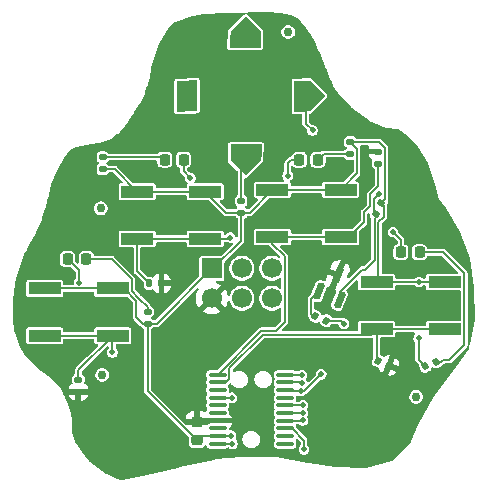
<source format=gtl>
G04 #@! TF.GenerationSoftware,KiCad,Pcbnew,9.0.2*
G04 #@! TF.CreationDate,2025-06-26T14:39:59-07:00*
G04 #@! TF.ProjectId,pawb_sao,70617762-5f73-4616-9f2e-6b696361645f,rev?*
G04 #@! TF.SameCoordinates,Original*
G04 #@! TF.FileFunction,Copper,L1,Top*
G04 #@! TF.FilePolarity,Positive*
%FSLAX46Y46*%
G04 Gerber Fmt 4.6, Leading zero omitted, Abs format (unit mm)*
G04 Created by KiCad (PCBNEW 9.0.2) date 2025-06-26 14:39:59*
%MOMM*%
%LPD*%
G01*
G04 APERTURE LIST*
G04 Aperture macros list*
%AMRoundRect*
0 Rectangle with rounded corners*
0 $1 Rounding radius*
0 $2 $3 $4 $5 $6 $7 $8 $9 X,Y pos of 4 corners*
0 Add a 4 corners polygon primitive as box body*
4,1,4,$2,$3,$4,$5,$6,$7,$8,$9,$2,$3,0*
0 Add four circle primitives for the rounded corners*
1,1,$1+$1,$2,$3*
1,1,$1+$1,$4,$5*
1,1,$1+$1,$6,$7*
1,1,$1+$1,$8,$9*
0 Add four rect primitives between the rounded corners*
20,1,$1+$1,$2,$3,$4,$5,0*
20,1,$1+$1,$4,$5,$6,$7,0*
20,1,$1+$1,$6,$7,$8,$9,0*
20,1,$1+$1,$8,$9,$2,$3,0*%
%AMFreePoly0*
4,1,15,-0.285094,1.603679,-0.284944,1.603536,1.553536,-0.234944,1.555000,-0.238480,1.553679,-0.241866,0.401599,-1.493946,0.398128,-1.495556,0.394534,-1.494239,0.394384,-1.494096,-1.444096,0.344384,-1.445560,0.347920,-1.444239,0.351306,-0.292159,1.603387,-0.288688,1.604996,-0.285094,1.603679,-0.285094,1.603679,$1*%
%AMFreePoly1*
4,1,16,0.251456,1.644096,0.251550,1.643999,1.153630,0.691919,1.155000,0.688480,1.155000,-1.150000,1.153536,-1.153536,1.150000,-1.155000,-0.688480,-1.155000,-0.692016,-1.153536,-0.692110,-1.153439,-1.594190,-0.201359,-1.595558,-0.197785,-1.594096,-0.194384,0.244384,1.644096,0.247920,1.645561,0.251456,1.644096,0.251456,1.644096,$1*%
%AMFreePoly2*
4,1,16,0.692016,1.153536,0.692110,1.153439,1.594190,0.201359,1.595558,0.197785,1.594096,0.194384,-0.244384,-1.644096,-0.247920,-1.645561,-0.251456,-1.644096,-0.251550,-1.643999,-1.153630,-0.691919,-1.155000,-0.688480,-1.155000,1.150000,-1.153536,1.153536,-1.150000,1.155000,0.688480,1.155000,0.692016,1.153536,0.692016,1.153536,$1*%
%AMFreePoly3*
4,1,16,-0.244481,1.644190,-0.244384,1.644096,1.594096,-0.194384,1.595560,-0.197920,1.594190,-0.201359,0.692110,-1.153439,0.688615,-1.154998,0.688480,-1.155000,-1.150000,-1.155000,-1.153536,-1.153536,-1.155000,-1.150000,-1.155000,0.688480,-1.153630,0.691919,-0.251550,1.643999,-0.248055,1.645558,-0.244481,1.644190,-0.244481,1.644190,$1*%
G04 Aperture macros list end*
G04 #@! TA.AperFunction,SMDPad,CuDef*
%ADD10R,2.750000X1.000000*%
G04 #@! TD*
G04 #@! TA.AperFunction,SMDPad,CuDef*
%ADD11RoundRect,0.135000X0.185000X-0.135000X0.185000X0.135000X-0.185000X0.135000X-0.185000X-0.135000X0*%
G04 #@! TD*
G04 #@! TA.AperFunction,SMDPad,CuDef*
%ADD12FreePoly0,135.000000*%
G04 #@! TD*
G04 #@! TA.AperFunction,SMDPad,CuDef*
%ADD13FreePoly1,135.000000*%
G04 #@! TD*
G04 #@! TA.AperFunction,SMDPad,CuDef*
%ADD14FreePoly2,135.000000*%
G04 #@! TD*
G04 #@! TA.AperFunction,SMDPad,CuDef*
%ADD15FreePoly3,135.000000*%
G04 #@! TD*
G04 #@! TA.AperFunction,SMDPad,CuDef*
%ADD16RoundRect,0.135000X-0.195520X-0.119255X0.053927X-0.222580X0.195520X0.119255X-0.053927X0.222580X0*%
G04 #@! TD*
G04 #@! TA.AperFunction,SMDPad,CuDef*
%ADD17C,0.750000*%
G04 #@! TD*
G04 #@! TA.AperFunction,SMDPad,CuDef*
%ADD18RoundRect,0.218750X-0.218750X-0.256250X0.218750X-0.256250X0.218750X0.256250X-0.218750X0.256250X0*%
G04 #@! TD*
G04 #@! TA.AperFunction,SMDPad,CuDef*
%ADD19RoundRect,0.135000X-0.185000X0.135000X-0.185000X-0.135000X0.185000X-0.135000X0.185000X0.135000X0*%
G04 #@! TD*
G04 #@! TA.AperFunction,SMDPad,CuDef*
%ADD20RoundRect,0.150000X-0.086245X-0.600182X0.363408X0.485377X0.086245X0.600182X-0.363408X-0.485377X0*%
G04 #@! TD*
G04 #@! TA.AperFunction,SMDPad,CuDef*
%ADD21RoundRect,0.225000X0.250000X-0.225000X0.250000X0.225000X-0.250000X0.225000X-0.250000X-0.225000X0*%
G04 #@! TD*
G04 #@! TA.AperFunction,SMDPad,CuDef*
%ADD22RoundRect,0.100000X-0.637500X-0.100000X0.637500X-0.100000X0.637500X0.100000X-0.637500X0.100000X0*%
G04 #@! TD*
G04 #@! TA.AperFunction,SMDPad,CuDef*
%ADD23RoundRect,0.135000X0.195520X0.119255X-0.053927X0.222580X-0.195520X-0.119255X0.053927X-0.222580X0*%
G04 #@! TD*
G04 #@! TA.AperFunction,SMDPad,CuDef*
%ADD24RoundRect,0.135000X0.135000X0.185000X-0.135000X0.185000X-0.135000X-0.185000X0.135000X-0.185000X0*%
G04 #@! TD*
G04 #@! TA.AperFunction,SMDPad,CuDef*
%ADD25RoundRect,0.218750X0.218750X0.256250X-0.218750X0.256250X-0.218750X-0.256250X0.218750X-0.256250X0*%
G04 #@! TD*
G04 #@! TA.AperFunction,SMDPad,CuDef*
%ADD26RoundRect,0.135000X0.119255X-0.195520X0.222580X0.053927X-0.119255X0.195520X-0.222580X-0.053927X0*%
G04 #@! TD*
G04 #@! TA.AperFunction,SMDPad,CuDef*
%ADD27RoundRect,0.135000X-0.053927X-0.222580X0.195520X-0.119255X0.053927X0.222580X-0.195520X0.119255X0*%
G04 #@! TD*
G04 #@! TA.AperFunction,ComponentPad*
%ADD28R,1.700000X1.700000*%
G04 #@! TD*
G04 #@! TA.AperFunction,ComponentPad*
%ADD29C,1.700000*%
G04 #@! TD*
G04 #@! TA.AperFunction,ViaPad*
%ADD30C,0.500000*%
G04 #@! TD*
G04 #@! TA.AperFunction,Conductor*
%ADD31C,0.160000*%
G04 #@! TD*
G04 APERTURE END LIST*
D10*
X160950000Y-97930000D03*
X155190000Y-97930000D03*
X160950000Y-93930000D03*
X155190000Y-93930000D03*
D11*
X160100000Y-83827500D03*
X160100000Y-82807500D03*
D10*
X180240000Y-89580000D03*
X174480000Y-89580000D03*
X180240000Y-85580000D03*
X174480000Y-85580000D03*
D12*
X167320962Y-77640000D03*
D13*
X172200000Y-72548831D03*
D14*
X172200000Y-82731169D03*
D15*
X177291169Y-77640000D03*
D16*
X178098821Y-96284831D03*
X179041179Y-96675169D03*
D17*
X160060000Y-101250000D03*
D10*
X168780000Y-89730000D03*
X163020000Y-89730000D03*
X168780000Y-85730000D03*
X163020000Y-85730000D03*
D18*
X185355000Y-90880000D03*
X186930000Y-90880000D03*
D17*
X175810000Y-72220000D03*
D19*
X183450000Y-82340000D03*
X183450000Y-83360000D03*
D20*
X178404783Y-94168726D03*
X180160154Y-94895824D03*
X180000000Y-92800000D03*
D21*
X168090000Y-106795000D03*
X168090000Y-105245000D03*
D11*
X163900000Y-96910000D03*
X163900000Y-95890000D03*
D22*
X169827500Y-101235000D03*
X169827500Y-101885000D03*
X169827500Y-102535000D03*
X169827500Y-103185000D03*
X169827500Y-103835000D03*
X169827500Y-104485000D03*
X169827500Y-105135000D03*
X169827500Y-105785000D03*
X169827500Y-106435000D03*
X169827500Y-107085000D03*
X175552500Y-107085000D03*
X175552500Y-106435000D03*
X175552500Y-105785000D03*
X175552500Y-105135000D03*
X175552500Y-104485000D03*
X175552500Y-103835000D03*
X175552500Y-103185000D03*
X175552500Y-102535000D03*
X175552500Y-101885000D03*
X175552500Y-101235000D03*
D23*
X184351179Y-100455169D03*
X183408821Y-100064831D03*
D18*
X157145000Y-91440000D03*
X158720000Y-91440000D03*
D24*
X165080000Y-93510000D03*
X164060000Y-93510000D03*
D11*
X158050000Y-102667500D03*
X158050000Y-101647500D03*
D17*
X159950000Y-87140000D03*
D25*
X166947500Y-83020000D03*
X165372500Y-83020000D03*
D11*
X171820000Y-87517500D03*
X171820000Y-86497500D03*
D26*
X183284831Y-87641179D03*
X183675169Y-86698821D03*
D18*
X176755000Y-83030000D03*
X178330000Y-83030000D03*
D17*
X186640000Y-103110000D03*
D27*
X187408821Y-100525169D03*
X188351179Y-100134831D03*
D10*
X189050000Y-97380000D03*
X183290000Y-97380000D03*
X189050000Y-93380000D03*
X183290000Y-93380000D03*
D19*
X181070000Y-81532500D03*
X181070000Y-82552500D03*
D28*
X169350002Y-92235001D03*
D29*
X169350002Y-94775001D03*
X171890002Y-92235001D03*
X171890002Y-94775001D03*
X174430003Y-92235000D03*
X174430002Y-94775001D03*
D30*
X186850000Y-98160000D03*
X186880000Y-93380000D03*
X170980000Y-106400000D03*
X174090000Y-103460000D03*
X175320000Y-99890000D03*
X167300000Y-92180000D03*
X176250000Y-96960000D03*
X167420000Y-103480000D03*
X175290000Y-88380000D03*
X167870000Y-98490000D03*
X174150000Y-106320000D03*
X158090000Y-93439998D03*
X177150000Y-107560000D03*
X177027426Y-105112970D03*
X167530000Y-84580000D03*
X177051716Y-104453415D03*
X175770000Y-84380000D03*
X177073123Y-103793760D03*
X184680000Y-89140000D03*
X183521000Y-85930000D03*
X177870000Y-80560000D03*
X176980000Y-101970000D03*
X160920000Y-99340000D03*
X170900000Y-89620000D03*
X176960000Y-101270000D03*
X171090000Y-107070000D03*
X180530000Y-96920000D03*
X178603000Y-101200000D03*
X176860454Y-102619085D03*
X171020000Y-103190000D03*
D31*
X176760000Y-97470000D02*
X181150000Y-97470000D01*
X176250000Y-96960000D02*
X176760000Y-97470000D01*
X178098821Y-96284831D02*
X177880990Y-96284831D01*
X177880990Y-96284831D02*
X177726960Y-96130801D01*
X179041179Y-96675169D02*
X180285169Y-96675169D01*
X180285169Y-96675169D02*
X180530000Y-96920000D01*
X164675003Y-96910000D02*
X169350002Y-92235001D01*
X168450000Y-106435000D02*
X169827500Y-106435000D01*
X180240000Y-85580000D02*
X181631000Y-84189000D01*
X183886055Y-86909707D02*
X183886055Y-87890214D01*
X189070000Y-93380000D02*
X186880000Y-93380000D01*
X160969998Y-93929998D02*
X160970000Y-93930000D01*
X161117500Y-83827500D02*
X163020000Y-85730000D01*
X170567500Y-87517500D02*
X171820000Y-87517500D01*
X163900000Y-96910000D02*
X163900000Y-102605000D01*
X155169999Y-93929998D02*
X160969998Y-93929998D01*
X184011000Y-82045514D02*
X184011000Y-86362990D01*
X181631000Y-82093500D02*
X181070000Y-81532500D01*
X183269999Y-93379998D02*
X183270001Y-93380000D01*
X187408821Y-100525169D02*
X186850000Y-99966348D01*
X168780000Y-85730000D02*
X170567500Y-87517500D01*
X170980000Y-106400000D02*
X169862500Y-106400000D01*
X171820000Y-87517500D02*
X172542500Y-87517500D01*
X169350002Y-92235001D02*
X168977499Y-92235001D01*
X183451801Y-88324467D02*
X183451801Y-93198196D01*
X162959000Y-96371500D02*
X163497500Y-96910000D01*
X180240000Y-85580000D02*
X174480000Y-85580000D01*
X183497986Y-81532500D02*
X184011000Y-82045514D01*
X186850000Y-99680000D02*
X186850000Y-98160000D01*
X183675169Y-86698821D02*
X183886055Y-86909707D01*
X169476999Y-92235001D02*
X169350002Y-92235001D01*
X163900000Y-102605000D02*
X168090000Y-106795000D01*
X160100000Y-83827500D02*
X161117500Y-83827500D01*
X163900000Y-96910000D02*
X164675003Y-96910000D01*
X183451801Y-93198196D02*
X183269999Y-93379998D01*
X161870000Y-93930000D02*
X162959000Y-95019000D01*
X168090000Y-106795000D02*
X168450000Y-106435000D01*
X171820000Y-87517500D02*
X171820000Y-89892000D01*
X186850000Y-99966348D02*
X186850000Y-99680000D01*
X184011000Y-86362990D02*
X183675169Y-86698821D01*
X160970000Y-93930000D02*
X161870000Y-93930000D01*
X181070000Y-81532500D02*
X183497986Y-81532500D01*
X163020000Y-85730000D02*
X168780000Y-85730000D01*
X163497500Y-96910000D02*
X163900000Y-96910000D01*
X183886055Y-87890214D02*
X183451801Y-88324467D01*
X181631000Y-84189000D02*
X181631000Y-82093500D01*
X171820000Y-89892000D02*
X169476999Y-92235001D01*
X169862500Y-106400000D02*
X169827500Y-106435000D01*
X162959000Y-95019000D02*
X162959000Y-96371500D01*
X172542500Y-87517500D02*
X174480000Y-85580000D01*
X183270001Y-93380000D02*
X186880000Y-93380000D01*
X163900000Y-95487500D02*
X163900000Y-95890000D01*
X162566000Y-94172037D02*
X163097712Y-94703750D01*
X158720000Y-91440000D02*
X160862000Y-91440000D01*
X162566000Y-93144000D02*
X162566000Y-94172037D01*
X160862000Y-91440000D02*
X162566000Y-93144000D01*
X163116250Y-94703750D02*
X163900000Y-95487500D01*
X163097712Y-94703750D02*
X163116250Y-94703750D01*
X177150000Y-107560000D02*
X177150000Y-106809982D01*
X177150000Y-106809982D02*
X176125018Y-105785000D01*
X157145000Y-91440000D02*
X158090000Y-92385000D01*
X158090000Y-92385000D02*
X158090000Y-93439998D01*
X176125018Y-105785000D02*
X175552500Y-105785000D01*
X166947500Y-83020000D02*
X166947500Y-83997500D01*
X177005396Y-105135000D02*
X177027426Y-105112970D01*
X166947500Y-83997500D02*
X167530000Y-84580000D01*
X167530000Y-84580000D02*
X167647500Y-84462500D01*
X175552500Y-105135000D02*
X177005396Y-105135000D01*
X165160000Y-82807500D02*
X165372500Y-83020000D01*
X160100000Y-82807500D02*
X165160000Y-82807500D01*
X177020131Y-104485000D02*
X177051716Y-104453415D01*
X175770000Y-83315000D02*
X176055000Y-83030000D01*
X176755000Y-83030000D02*
X176055000Y-83030000D01*
X175770000Y-84380000D02*
X175770000Y-83315000D01*
X175552500Y-104485000D02*
X177020131Y-104485000D01*
X181070000Y-82552500D02*
X178807500Y-82552500D01*
X178807500Y-82552500D02*
X178330000Y-83030000D01*
X175552500Y-103835000D02*
X177031883Y-103835000D01*
X177031883Y-103835000D02*
X177073123Y-103793760D01*
X184680000Y-89140000D02*
X184655000Y-89165000D01*
X185355000Y-89815000D02*
X184680000Y-89140000D01*
X185355000Y-90880000D02*
X185355000Y-89815000D01*
X186930000Y-90880000D02*
X188952000Y-90880000D01*
X188785970Y-100134831D02*
X188351179Y-100134831D01*
X190711000Y-92639000D02*
X190711000Y-98696500D01*
X188940000Y-99980801D02*
X188785970Y-100134831D01*
X190711000Y-98696500D02*
X189426699Y-99980801D01*
X188952000Y-90880000D02*
X190711000Y-92639000D01*
X189426699Y-99980801D02*
X188940000Y-99980801D01*
X182040000Y-92350000D02*
X180160154Y-94229846D01*
X183073945Y-87430293D02*
X183284831Y-87641179D01*
X183284831Y-87641179D02*
X183284831Y-87859010D01*
X180160154Y-94229846D02*
X180160154Y-94895824D01*
X182310000Y-92350000D02*
X182040000Y-92350000D01*
X183130801Y-88013040D02*
X183130801Y-91529199D01*
X177291169Y-77640000D02*
X177291169Y-79981169D01*
X183073945Y-86377055D02*
X183073945Y-87430293D01*
X177291169Y-79981169D02*
X177870000Y-80560000D01*
X183284831Y-87859010D02*
X183130801Y-88013040D01*
X183130801Y-91529199D02*
X182310000Y-92350000D01*
X183521000Y-85930000D02*
X183073945Y-86377055D01*
X171820000Y-83111169D02*
X172200000Y-82731169D01*
X171820000Y-86497500D02*
X171820000Y-83111169D01*
X177726960Y-96130801D02*
X177726960Y-94846549D01*
X177726960Y-94846549D02*
X178404783Y-94168726D01*
X158050000Y-100850003D02*
X158050000Y-101647500D01*
X160920000Y-97980003D02*
X160970001Y-97930002D01*
X160970001Y-97930002D02*
X158050000Y-100850003D01*
X155170000Y-97930000D02*
X160969999Y-97930000D01*
X176895000Y-101885000D02*
X176980000Y-101970000D01*
X160920000Y-99340000D02*
X160920000Y-97980003D01*
X175552500Y-101885000D02*
X176895000Y-101885000D01*
X160969999Y-97930000D02*
X160970001Y-97930002D01*
X175552500Y-101235000D02*
X176925000Y-101235000D01*
X169760000Y-89350000D02*
X169760000Y-89460003D01*
X168780000Y-89730000D02*
X163020000Y-89730000D01*
X163020000Y-92470000D02*
X164060000Y-93510000D01*
X168780000Y-89730000D02*
X170790000Y-89730000D01*
X170790000Y-89730000D02*
X170900000Y-89620000D01*
X163020000Y-89730000D02*
X163020000Y-92470000D01*
X176925000Y-101235000D02*
X176960000Y-101270000D01*
X180930000Y-89580000D02*
X182240000Y-88270000D01*
X174480000Y-90170000D02*
X175521000Y-91211000D01*
X174480000Y-89580000D02*
X174480000Y-90170000D01*
X175521000Y-91211000D02*
X175521000Y-96769000D01*
X180240000Y-89580000D02*
X174480000Y-89580000D01*
X183450000Y-85280000D02*
X183450000Y-83360000D01*
X174769703Y-97520297D02*
X173542203Y-97520297D01*
X182240000Y-88270000D02*
X182240000Y-87485890D01*
X182240000Y-87485890D02*
X182752945Y-86972945D01*
X173542203Y-97520297D02*
X169827500Y-101235000D01*
X182752945Y-85977055D02*
X183450000Y-85280000D01*
X175521000Y-96769000D02*
X174769703Y-97520297D01*
X182752945Y-86972945D02*
X182752945Y-85977055D01*
X180240000Y-89580000D02*
X180930000Y-89580000D01*
X170565000Y-101885000D02*
X170831700Y-101618300D01*
X183036960Y-97613040D02*
X183270000Y-97380000D01*
X183254791Y-99910801D02*
X183408821Y-100064831D01*
X173675165Y-97841297D02*
X182828703Y-97841297D01*
X183270002Y-97380002D02*
X183270000Y-97380000D01*
X182828703Y-97841297D02*
X183290000Y-97380000D01*
X183290000Y-99882358D02*
X183290000Y-97380000D01*
X189070001Y-97380002D02*
X183270002Y-97380002D01*
X183408821Y-100064831D02*
X183408821Y-100001179D01*
X183408821Y-100001179D02*
X183290000Y-99882358D01*
X182808703Y-97841297D02*
X183270000Y-97380000D01*
X169827500Y-101885000D02*
X170565000Y-101885000D01*
X170831700Y-101618300D02*
X170831700Y-100684762D01*
X170831700Y-100684762D02*
X173675165Y-97841297D01*
X169827500Y-107085000D02*
X171075000Y-107085000D01*
X171075000Y-107085000D02*
X171090000Y-107070000D01*
X177183915Y-102619085D02*
X178603000Y-101200000D01*
X176860454Y-102619085D02*
X177183915Y-102619085D01*
X176860454Y-102619085D02*
X175636585Y-102619085D01*
X175636585Y-102619085D02*
X175552500Y-102535000D01*
X169832500Y-103190000D02*
X169827500Y-103185000D01*
X171020000Y-103190000D02*
X169832500Y-103190000D01*
G04 #@! TA.AperFunction,Conductor*
G36*
X174017047Y-70550574D02*
G01*
X175197642Y-70579137D01*
X175214086Y-70580917D01*
X176052204Y-70743410D01*
X176081119Y-70753881D01*
X176590718Y-71034529D01*
X176618743Y-71057546D01*
X176894557Y-71385670D01*
X177113322Y-71645924D01*
X177117598Y-71651390D01*
X177484842Y-72156349D01*
X177723740Y-72484833D01*
X177730217Y-72494983D01*
X178053064Y-73076108D01*
X178055992Y-73081806D01*
X178372067Y-73749076D01*
X178487523Y-73992815D01*
X178490592Y-74000016D01*
X178916548Y-75120470D01*
X178919856Y-75129170D01*
X178920210Y-75132263D01*
X178943263Y-75190739D01*
X178943482Y-75191314D01*
X178965579Y-75249443D01*
X178965866Y-75249974D01*
X178970816Y-75260630D01*
X179336262Y-76187617D01*
X179339511Y-76195857D01*
X179344893Y-76220631D01*
X179363569Y-76256886D01*
X179365390Y-76261504D01*
X179365393Y-76261510D01*
X179378543Y-76294864D01*
X179382913Y-76300767D01*
X179388864Y-76308804D01*
X179397306Y-76322375D01*
X179612343Y-76739800D01*
X179706729Y-76923018D01*
X179725431Y-76966889D01*
X179736803Y-76981399D01*
X179741096Y-76989732D01*
X179741097Y-76989734D01*
X179745243Y-76997781D01*
X179745248Y-76997788D01*
X179774891Y-77030417D01*
X179779521Y-77035900D01*
X180319303Y-77724587D01*
X180329921Y-77744410D01*
X180359793Y-77776247D01*
X180386726Y-77810610D01*
X180397846Y-77818962D01*
X180410578Y-77830373D01*
X181123283Y-78589967D01*
X181154144Y-78627730D01*
X181168223Y-78637863D01*
X181174791Y-78644863D01*
X181180094Y-78650515D01*
X181198418Y-78661887D01*
X181218644Y-78674439D01*
X181224264Y-78678198D01*
X182774228Y-79793777D01*
X182774228Y-79793778D01*
X182774790Y-79794182D01*
X182824859Y-79831302D01*
X182828189Y-79832617D01*
X182831099Y-79834711D01*
X182831110Y-79834717D01*
X182888828Y-79856577D01*
X182890128Y-79857080D01*
X184073830Y-80324594D01*
X184132537Y-80348462D01*
X184135058Y-80348776D01*
X184137426Y-80349712D01*
X184137429Y-80349713D01*
X184200127Y-80356913D01*
X184200758Y-80356989D01*
X185031036Y-80460773D01*
X185070049Y-80474334D01*
X185932048Y-80996507D01*
X185952511Y-81012977D01*
X186811489Y-81916693D01*
X186824673Y-81934045D01*
X187664029Y-83336046D01*
X187673572Y-83357340D01*
X188208874Y-85068396D01*
X188209943Y-85072057D01*
X188487070Y-86094557D01*
X188487069Y-86094557D01*
X188488698Y-86100568D01*
X188493474Y-86134666D01*
X188505858Y-86163883D01*
X188507625Y-86170400D01*
X188507628Y-86170408D01*
X188514164Y-86194523D01*
X188528343Y-86218921D01*
X188531469Y-86224300D01*
X188544907Y-86255999D01*
X188564428Y-86281010D01*
X188567824Y-86286853D01*
X188580381Y-86308459D01*
X188580382Y-86308461D01*
X188580383Y-86308462D01*
X188580384Y-86308463D01*
X188600401Y-86328366D01*
X188608631Y-86337646D01*
X189195986Y-87090196D01*
X189199485Y-87094679D01*
X189207246Y-87106210D01*
X189461416Y-87547881D01*
X190379053Y-89142463D01*
X190386543Y-89158724D01*
X191169382Y-91364037D01*
X191173935Y-91382101D01*
X191559695Y-93889548D01*
X191560803Y-93901692D01*
X191637637Y-96514087D01*
X191635602Y-96537174D01*
X191187422Y-98690045D01*
X191157052Y-98743161D01*
X191101261Y-98768281D01*
X191041360Y-98755811D01*
X191000229Y-98710514D01*
X190991500Y-98669868D01*
X190991500Y-92602074D01*
X190991500Y-92602072D01*
X190972384Y-92530731D01*
X190935456Y-92466769D01*
X190935453Y-92466766D01*
X190883231Y-92414543D01*
X190883231Y-92414544D01*
X190883230Y-92414543D01*
X189176457Y-90707771D01*
X189176456Y-90707769D01*
X189124231Y-90655544D01*
X189060269Y-90618616D01*
X189060268Y-90618615D01*
X189060267Y-90618615D01*
X189054667Y-90617115D01*
X189054667Y-90617114D01*
X188988931Y-90599500D01*
X188988929Y-90599500D01*
X188988928Y-90599500D01*
X187653939Y-90599500D01*
X187595748Y-90580593D01*
X187559784Y-90531093D01*
X187556158Y-90515987D01*
X187552451Y-90492580D01*
X187492158Y-90374249D01*
X187398251Y-90280342D01*
X187338227Y-90249758D01*
X187279923Y-90220050D01*
X187279920Y-90220049D01*
X187252512Y-90215708D01*
X187181749Y-90204500D01*
X187181746Y-90204500D01*
X186678254Y-90204500D01*
X186678251Y-90204500D01*
X186580080Y-90220049D01*
X186580076Y-90220050D01*
X186461750Y-90280341D01*
X186367841Y-90374250D01*
X186307550Y-90492576D01*
X186307549Y-90492580D01*
X186292000Y-90590751D01*
X186292000Y-91169248D01*
X186307549Y-91267419D01*
X186307550Y-91267423D01*
X186361272Y-91372857D01*
X186367842Y-91385751D01*
X186461749Y-91479658D01*
X186580080Y-91539951D01*
X186646630Y-91550491D01*
X186678251Y-91555500D01*
X186678254Y-91555500D01*
X187181749Y-91555500D01*
X187210303Y-91550976D01*
X187279920Y-91539951D01*
X187398251Y-91479658D01*
X187492158Y-91385751D01*
X187552451Y-91267420D01*
X187556158Y-91244012D01*
X187583935Y-91189497D01*
X187638452Y-91161719D01*
X187653939Y-91160500D01*
X188794806Y-91160500D01*
X188852997Y-91179407D01*
X188864810Y-91189496D01*
X190185809Y-92510496D01*
X190213586Y-92565013D01*
X190204015Y-92625445D01*
X190160750Y-92668710D01*
X190115805Y-92679500D01*
X187655252Y-92679500D01*
X187655251Y-92679500D01*
X187655241Y-92679501D01*
X187596772Y-92691132D01*
X187596766Y-92691134D01*
X187530451Y-92735445D01*
X187530445Y-92735451D01*
X187486134Y-92801766D01*
X187486132Y-92801772D01*
X187474501Y-92860241D01*
X187474500Y-92860253D01*
X187474500Y-93000500D01*
X187469655Y-93015411D01*
X187469655Y-93031093D01*
X187460438Y-93043778D01*
X187455593Y-93058691D01*
X187442907Y-93067907D01*
X187433691Y-93080593D01*
X187418778Y-93085438D01*
X187406093Y-93094655D01*
X187375500Y-93099500D01*
X187277610Y-93099500D01*
X187219419Y-93080593D01*
X187207607Y-93070504D01*
X187156614Y-93019511D01*
X187156608Y-93019507D01*
X187053889Y-92960202D01*
X187053890Y-92960202D01*
X187040351Y-92956574D01*
X186939309Y-92929500D01*
X186820691Y-92929500D01*
X186750567Y-92948289D01*
X186706109Y-92960202D01*
X186603391Y-93019507D01*
X186603385Y-93019511D01*
X186552393Y-93070504D01*
X186497876Y-93098281D01*
X186482390Y-93099500D01*
X184964500Y-93099500D01*
X184906309Y-93080593D01*
X184870345Y-93031093D01*
X184865500Y-93000500D01*
X184865500Y-92860253D01*
X184865498Y-92860241D01*
X184857346Y-92819261D01*
X184853867Y-92801769D01*
X184809552Y-92735448D01*
X184809548Y-92735445D01*
X184743233Y-92691134D01*
X184743231Y-92691133D01*
X184743228Y-92691132D01*
X184743227Y-92691132D01*
X184684758Y-92679501D01*
X184684748Y-92679500D01*
X184684747Y-92679500D01*
X183831301Y-92679500D01*
X183773110Y-92660593D01*
X183737146Y-92611093D01*
X183732301Y-92580500D01*
X183732301Y-89080691D01*
X184229500Y-89080691D01*
X184229500Y-89199309D01*
X184245630Y-89259507D01*
X184260202Y-89313890D01*
X184319507Y-89416608D01*
X184319509Y-89416610D01*
X184319511Y-89416613D01*
X184403387Y-89500489D01*
X184403389Y-89500490D01*
X184403391Y-89500492D01*
X184506110Y-89559797D01*
X184506111Y-89559797D01*
X184506114Y-89559799D01*
X184620691Y-89590500D01*
X184692806Y-89590500D01*
X184750997Y-89609407D01*
X184762810Y-89619496D01*
X185045504Y-89902190D01*
X185049130Y-89909307D01*
X185055593Y-89914003D01*
X185062756Y-89936051D01*
X185073281Y-89956707D01*
X185074500Y-89972194D01*
X185074500Y-90125565D01*
X185055593Y-90183756D01*
X185011614Y-90215708D01*
X185012023Y-90216511D01*
X185006958Y-90219091D01*
X185006095Y-90219719D01*
X185006093Y-90219719D01*
X185006093Y-90219720D01*
X185006092Y-90219720D01*
X185005079Y-90220049D01*
X184886750Y-90280341D01*
X184792841Y-90374250D01*
X184732550Y-90492576D01*
X184732549Y-90492580D01*
X184717000Y-90590751D01*
X184717000Y-91169248D01*
X184732549Y-91267419D01*
X184732550Y-91267423D01*
X184786272Y-91372857D01*
X184792842Y-91385751D01*
X184886749Y-91479658D01*
X185005080Y-91539951D01*
X185071630Y-91550491D01*
X185103251Y-91555500D01*
X185103254Y-91555500D01*
X185606749Y-91555500D01*
X185635303Y-91550976D01*
X185704920Y-91539951D01*
X185823251Y-91479658D01*
X185917158Y-91385751D01*
X185977451Y-91267420D01*
X185993000Y-91169246D01*
X185993000Y-90590754D01*
X185977451Y-90492580D01*
X185917158Y-90374249D01*
X185823251Y-90280342D01*
X185704920Y-90220049D01*
X185703905Y-90219719D01*
X185703041Y-90219091D01*
X185697977Y-90216511D01*
X185698385Y-90215708D01*
X185654406Y-90183754D01*
X185635500Y-90125565D01*
X185635500Y-89778074D01*
X185635500Y-89778072D01*
X185616384Y-89706731D01*
X185579456Y-89642769D01*
X185556183Y-89619496D01*
X185527231Y-89590543D01*
X185527231Y-89590544D01*
X185159496Y-89222809D01*
X185131719Y-89168292D01*
X185130500Y-89152805D01*
X185130500Y-89080692D01*
X185128708Y-89074003D01*
X185099799Y-88966114D01*
X185099797Y-88966111D01*
X185099797Y-88966109D01*
X185040492Y-88863391D01*
X185040490Y-88863389D01*
X185040489Y-88863387D01*
X184956613Y-88779511D01*
X184956610Y-88779509D01*
X184956608Y-88779507D01*
X184853889Y-88720202D01*
X184853890Y-88720202D01*
X184840351Y-88716574D01*
X184739309Y-88689500D01*
X184620691Y-88689500D01*
X184550567Y-88708289D01*
X184506109Y-88720202D01*
X184403391Y-88779507D01*
X184319507Y-88863391D01*
X184260202Y-88966109D01*
X184260201Y-88966114D01*
X184229500Y-89080691D01*
X183732301Y-89080691D01*
X183732301Y-88481661D01*
X183751208Y-88423470D01*
X183761298Y-88411657D01*
X183866030Y-88306925D01*
X184110510Y-88062446D01*
X184117421Y-88050477D01*
X184147439Y-87998483D01*
X184156308Y-87965383D01*
X184166555Y-87927143D01*
X184166555Y-87853286D01*
X184166555Y-86892332D01*
X184174091Y-86854446D01*
X184185085Y-86827904D01*
X184222756Y-86736961D01*
X184235511Y-86689361D01*
X184230507Y-86574796D01*
X184243675Y-86520983D01*
X184248140Y-86513251D01*
X184272384Y-86471259D01*
X184291500Y-86399918D01*
X184291500Y-82008586D01*
X184272384Y-81937245D01*
X184235456Y-81873283D01*
X184225074Y-81862901D01*
X184183231Y-81821057D01*
X184183231Y-81821058D01*
X184183230Y-81821057D01*
X184183230Y-81821056D01*
X183728088Y-81365916D01*
X183728085Y-81365912D01*
X183728085Y-81365913D01*
X183722443Y-81360271D01*
X183722442Y-81360269D01*
X183670217Y-81308044D01*
X183606255Y-81271116D01*
X183606254Y-81271115D01*
X183606251Y-81271114D01*
X183558186Y-81258235D01*
X183558185Y-81258235D01*
X183534917Y-81252000D01*
X183534915Y-81252000D01*
X183534914Y-81252000D01*
X181620406Y-81252000D01*
X181562215Y-81233093D01*
X181541229Y-81207652D01*
X181539033Y-81209191D01*
X181534067Y-81202099D01*
X181534065Y-81202097D01*
X181534065Y-81202096D01*
X181450404Y-81118435D01*
X181450402Y-81118434D01*
X181450401Y-81118433D01*
X181343175Y-81068432D01*
X181310601Y-81064144D01*
X181294316Y-81062000D01*
X180845684Y-81062000D01*
X180829398Y-81064144D01*
X180796825Y-81068432D01*
X180796824Y-81068432D01*
X180689598Y-81118433D01*
X180605933Y-81202098D01*
X180555932Y-81309324D01*
X180555932Y-81309325D01*
X180549500Y-81358185D01*
X180549500Y-81706814D01*
X180555932Y-81755674D01*
X180555932Y-81755675D01*
X180605933Y-81862901D01*
X180605934Y-81862902D01*
X180605935Y-81862904D01*
X180689596Y-81946565D01*
X180689597Y-81946565D01*
X180689598Y-81946566D01*
X180702915Y-81952776D01*
X180747663Y-81994505D01*
X180759337Y-82054566D01*
X180733478Y-82110018D01*
X180728198Y-82115271D01*
X180716876Y-82125713D01*
X180689596Y-82138435D01*
X180605935Y-82222096D01*
X180601067Y-82232534D01*
X180586717Y-82245771D01*
X180575761Y-82250807D01*
X180567533Y-82259619D01*
X180542562Y-82266068D01*
X180531124Y-82271326D01*
X180526097Y-82270320D01*
X180519594Y-82272000D01*
X178770568Y-82272000D01*
X178699234Y-82291114D01*
X178699229Y-82291116D01*
X178635271Y-82328041D01*
X178630124Y-82331992D01*
X178628705Y-82330143D01*
X178583293Y-82353281D01*
X178567806Y-82354500D01*
X178078251Y-82354500D01*
X177980080Y-82370049D01*
X177980076Y-82370050D01*
X177861750Y-82430341D01*
X177767841Y-82524250D01*
X177707550Y-82642576D01*
X177707549Y-82642580D01*
X177692000Y-82740751D01*
X177692000Y-83319248D01*
X177707549Y-83417419D01*
X177707550Y-83417423D01*
X177714563Y-83431186D01*
X177767842Y-83535751D01*
X177861749Y-83629658D01*
X177980080Y-83689951D01*
X178046630Y-83700491D01*
X178078251Y-83705500D01*
X178078254Y-83705500D01*
X178581749Y-83705500D01*
X178610303Y-83700976D01*
X178679920Y-83689951D01*
X178798251Y-83629658D01*
X178892158Y-83535751D01*
X178952451Y-83417420D01*
X178965339Y-83336046D01*
X178968000Y-83319248D01*
X178968000Y-82932000D01*
X178986907Y-82873809D01*
X179036407Y-82837845D01*
X179067000Y-82833000D01*
X180519594Y-82833000D01*
X180577785Y-82851907D01*
X180598770Y-82877347D01*
X180600967Y-82875809D01*
X180605932Y-82882900D01*
X180605934Y-82882902D01*
X180605935Y-82882904D01*
X180689596Y-82966565D01*
X180689597Y-82966565D01*
X180689598Y-82966566D01*
X180796824Y-83016567D01*
X180796825Y-83016567D01*
X180796827Y-83016568D01*
X180845684Y-83023000D01*
X180845685Y-83023000D01*
X181251500Y-83023000D01*
X181309691Y-83041907D01*
X181345655Y-83091407D01*
X181350500Y-83122000D01*
X181350500Y-84031806D01*
X181331593Y-84089997D01*
X181321504Y-84101810D01*
X180572810Y-84850504D01*
X180518293Y-84878281D01*
X180502806Y-84879500D01*
X178845252Y-84879500D01*
X178845251Y-84879500D01*
X178845241Y-84879501D01*
X178786772Y-84891132D01*
X178786766Y-84891134D01*
X178720451Y-84935445D01*
X178720445Y-84935451D01*
X178676134Y-85001766D01*
X178676132Y-85001772D01*
X178664501Y-85060241D01*
X178664500Y-85060253D01*
X178664500Y-85200500D01*
X178645593Y-85258691D01*
X178596093Y-85294655D01*
X178565500Y-85299500D01*
X176154500Y-85299500D01*
X176096309Y-85280593D01*
X176060345Y-85231093D01*
X176055500Y-85200500D01*
X176055500Y-85060253D01*
X176055498Y-85060241D01*
X176049383Y-85029500D01*
X176043867Y-85001769D01*
X175999552Y-84935448D01*
X175997211Y-84933883D01*
X175994322Y-84930219D01*
X175992657Y-84928554D01*
X175992854Y-84928356D01*
X175959334Y-84885834D01*
X175956932Y-84824696D01*
X175990926Y-84773823D01*
X176002707Y-84765838D01*
X176046613Y-84740489D01*
X176130489Y-84656613D01*
X176178396Y-84573637D01*
X176189797Y-84553890D01*
X176189797Y-84553888D01*
X176189799Y-84553886D01*
X176220500Y-84439309D01*
X176220500Y-84320691D01*
X176189799Y-84206114D01*
X176189797Y-84206111D01*
X176189797Y-84206109D01*
X176130492Y-84103391D01*
X176130488Y-84103385D01*
X176079496Y-84052393D01*
X176051719Y-83997876D01*
X176050500Y-83982390D01*
X176050500Y-83632416D01*
X176069407Y-83574225D01*
X176118907Y-83538261D01*
X176180093Y-83538261D01*
X176219501Y-83562410D01*
X176286749Y-83629658D01*
X176405080Y-83689951D01*
X176471630Y-83700491D01*
X176503251Y-83705500D01*
X176503254Y-83705500D01*
X177006749Y-83705500D01*
X177035303Y-83700976D01*
X177104920Y-83689951D01*
X177223251Y-83629658D01*
X177317158Y-83535751D01*
X177377451Y-83417420D01*
X177390339Y-83336046D01*
X177393000Y-83319248D01*
X177393000Y-82740751D01*
X177381158Y-82665987D01*
X177377451Y-82642580D01*
X177317158Y-82524249D01*
X177223251Y-82430342D01*
X177203623Y-82420341D01*
X177104923Y-82370050D01*
X177104920Y-82370049D01*
X177080376Y-82366161D01*
X177006749Y-82354500D01*
X177006746Y-82354500D01*
X176503254Y-82354500D01*
X176503251Y-82354500D01*
X176405080Y-82370049D01*
X176405076Y-82370050D01*
X176286750Y-82430341D01*
X176192841Y-82524250D01*
X176132550Y-82642576D01*
X176132549Y-82642580D01*
X176128842Y-82665987D01*
X176101065Y-82720503D01*
X176046548Y-82748281D01*
X176031061Y-82749500D01*
X176018068Y-82749500D01*
X175946734Y-82768614D01*
X175946733Y-82768614D01*
X175882766Y-82805546D01*
X175592126Y-83096184D01*
X175592127Y-83096185D01*
X175592124Y-83096188D01*
X175592123Y-83096187D01*
X175545546Y-83142766D01*
X175545544Y-83142768D01*
X175545544Y-83142769D01*
X175543812Y-83145769D01*
X175508616Y-83206730D01*
X175508616Y-83206731D01*
X175489500Y-83278072D01*
X175489500Y-83278074D01*
X175489500Y-83982390D01*
X175470593Y-84040581D01*
X175460504Y-84052393D01*
X175409511Y-84103385D01*
X175409507Y-84103391D01*
X175350202Y-84206109D01*
X175335892Y-84259517D01*
X175319500Y-84320691D01*
X175319500Y-84439309D01*
X175335009Y-84497190D01*
X175350202Y-84553890D01*
X175409507Y-84656608D01*
X175409509Y-84656610D01*
X175409511Y-84656613D01*
X175463396Y-84710498D01*
X175491172Y-84765013D01*
X175481601Y-84825445D01*
X175438336Y-84868710D01*
X175393391Y-84879500D01*
X173085252Y-84879500D01*
X173085251Y-84879500D01*
X173085241Y-84879501D01*
X173026772Y-84891132D01*
X173026766Y-84891134D01*
X172960451Y-84935445D01*
X172960445Y-84935451D01*
X172916134Y-85001766D01*
X172916132Y-85001772D01*
X172904501Y-85060241D01*
X172904500Y-85060253D01*
X172904500Y-86099746D01*
X172904501Y-86099758D01*
X172916132Y-86158227D01*
X172916134Y-86158233D01*
X172960445Y-86224548D01*
X172960448Y-86224552D01*
X173026769Y-86268867D01*
X173071231Y-86277711D01*
X173085241Y-86280498D01*
X173085246Y-86280498D01*
X173085252Y-86280500D01*
X173143805Y-86280500D01*
X173201996Y-86299407D01*
X173237960Y-86348907D01*
X173237960Y-86410093D01*
X173213809Y-86449504D01*
X172455310Y-87208004D01*
X172448192Y-87211630D01*
X172443497Y-87218093D01*
X172421448Y-87225256D01*
X172400793Y-87235781D01*
X172385306Y-87237000D01*
X172370406Y-87237000D01*
X172312215Y-87218093D01*
X172291229Y-87192652D01*
X172289033Y-87194191D01*
X172284067Y-87187099D01*
X172284065Y-87187097D01*
X172284065Y-87187096D01*
X172200404Y-87103435D01*
X172187085Y-87097224D01*
X172142337Y-87055497D01*
X172130662Y-86995436D01*
X172156519Y-86939983D01*
X172187084Y-86917775D01*
X172200404Y-86911565D01*
X172284065Y-86827904D01*
X172334068Y-86720673D01*
X172340500Y-86671816D01*
X172340500Y-86323184D01*
X172334068Y-86274327D01*
X172325521Y-86255999D01*
X172284066Y-86167098D01*
X172284065Y-86167097D01*
X172284065Y-86167096D01*
X172200404Y-86083435D01*
X172200402Y-86083434D01*
X172200400Y-86083432D01*
X172157660Y-86063502D01*
X172112912Y-86021773D01*
X172100500Y-85973778D01*
X172100500Y-84671238D01*
X172119407Y-84613047D01*
X172168907Y-84577083D01*
X172182916Y-84573637D01*
X172188478Y-84572691D01*
X172188480Y-84572692D01*
X172278644Y-84557371D01*
X172285715Y-84554442D01*
X172352381Y-84509896D01*
X173652383Y-83209894D01*
X173695858Y-83145765D01*
X173698783Y-83138963D01*
X173715423Y-83063322D01*
X173750778Y-81752233D01*
X173750830Y-81749748D01*
X173750831Y-81749715D01*
X173750834Y-81749484D01*
X173750833Y-81749470D01*
X173735212Y-81667777D01*
X173732284Y-81660708D01*
X173712743Y-81629610D01*
X173695659Y-81602421D01*
X173689812Y-81598272D01*
X173621074Y-81549498D01*
X173618100Y-81548266D01*
X173614001Y-81546568D01*
X173613999Y-81546567D01*
X173613998Y-81546567D01*
X173582286Y-81540259D01*
X173535357Y-81530924D01*
X170935354Y-81530924D01*
X170935351Y-81530924D01*
X170935344Y-81530925D01*
X170859278Y-81545524D01*
X170859277Y-81545524D01*
X170852397Y-81548266D01*
X170795735Y-81582288D01*
X170740814Y-81655417D01*
X170737697Y-81662402D01*
X170737696Y-81662405D01*
X170737696Y-81662406D01*
X170730301Y-81694959D01*
X170719931Y-81740617D01*
X170684576Y-83051709D01*
X170684523Y-83054221D01*
X170684520Y-83054452D01*
X170684521Y-83054466D01*
X170694549Y-83106907D01*
X170700142Y-83136157D01*
X170703071Y-83143228D01*
X170747617Y-83209894D01*
X171510505Y-83972782D01*
X171538281Y-84027297D01*
X171539500Y-84042784D01*
X171539500Y-85973778D01*
X171520593Y-86031969D01*
X171482340Y-86063502D01*
X171439599Y-86083432D01*
X171355933Y-86167098D01*
X171305932Y-86274324D01*
X171305932Y-86274325D01*
X171299500Y-86323185D01*
X171299500Y-86671814D01*
X171305932Y-86720674D01*
X171305932Y-86720675D01*
X171355933Y-86827901D01*
X171355934Y-86827902D01*
X171355935Y-86827904D01*
X171439596Y-86911565D01*
X171439597Y-86911565D01*
X171439598Y-86911566D01*
X171452915Y-86917776D01*
X171497663Y-86959505D01*
X171509337Y-87019566D01*
X171483478Y-87075018D01*
X171478198Y-87080271D01*
X171466876Y-87090713D01*
X171439596Y-87103435D01*
X171355935Y-87187096D01*
X171351067Y-87197534D01*
X171336717Y-87210771D01*
X171325761Y-87215807D01*
X171317533Y-87224619D01*
X171292562Y-87231068D01*
X171281124Y-87236326D01*
X171276097Y-87235320D01*
X171269594Y-87237000D01*
X170724695Y-87237000D01*
X170666504Y-87218093D01*
X170654691Y-87208004D01*
X170046191Y-86599504D01*
X170018414Y-86544987D01*
X170027985Y-86484555D01*
X170071250Y-86441290D01*
X170116195Y-86430500D01*
X170174747Y-86430500D01*
X170174748Y-86430500D01*
X170233231Y-86418867D01*
X170299552Y-86374552D01*
X170343867Y-86308231D01*
X170355500Y-86249748D01*
X170355500Y-85210252D01*
X170343867Y-85151769D01*
X170299552Y-85085448D01*
X170299548Y-85085445D01*
X170233233Y-85041134D01*
X170233231Y-85041133D01*
X170233228Y-85041132D01*
X170233227Y-85041132D01*
X170174758Y-85029501D01*
X170174748Y-85029500D01*
X170174747Y-85029500D01*
X167956609Y-85029500D01*
X167898418Y-85010593D01*
X167862454Y-84961093D01*
X167862454Y-84899907D01*
X167886603Y-84860498D01*
X167890489Y-84856613D01*
X167898876Y-84842086D01*
X167949797Y-84753890D01*
X167949797Y-84753888D01*
X167949799Y-84753886D01*
X167980500Y-84639309D01*
X167980500Y-84520691D01*
X167949799Y-84406114D01*
X167949797Y-84406111D01*
X167949797Y-84406109D01*
X167890492Y-84303391D01*
X167890490Y-84303389D01*
X167890489Y-84303387D01*
X167806613Y-84219511D01*
X167806610Y-84219509D01*
X167806608Y-84219507D01*
X167703889Y-84160202D01*
X167703890Y-84160202D01*
X167676765Y-84152934D01*
X167589309Y-84129500D01*
X167589307Y-84129500D01*
X167517195Y-84129500D01*
X167459004Y-84110593D01*
X167447191Y-84100504D01*
X167256996Y-83910309D01*
X167253369Y-83903191D01*
X167246907Y-83898496D01*
X167239743Y-83876447D01*
X167229219Y-83855792D01*
X167228000Y-83840305D01*
X167228000Y-83774435D01*
X167246907Y-83716244D01*
X167249541Y-83714330D01*
X167290885Y-83684291D01*
X167290477Y-83683489D01*
X167295541Y-83680908D01*
X167296405Y-83680281D01*
X167296406Y-83680280D01*
X167296408Y-83680280D01*
X167297414Y-83679951D01*
X167297420Y-83679951D01*
X167415751Y-83619658D01*
X167509658Y-83525751D01*
X167569951Y-83407420D01*
X167585500Y-83309246D01*
X167585500Y-82730754D01*
X167585253Y-82729196D01*
X167575242Y-82665987D01*
X167569951Y-82632580D01*
X167509658Y-82514249D01*
X167415751Y-82420342D01*
X167411631Y-82418243D01*
X167297423Y-82360050D01*
X167297420Y-82360049D01*
X167272876Y-82356161D01*
X167199249Y-82344500D01*
X167199246Y-82344500D01*
X166695754Y-82344500D01*
X166695751Y-82344500D01*
X166597580Y-82360049D01*
X166597576Y-82360050D01*
X166479250Y-82420341D01*
X166385341Y-82514250D01*
X166325050Y-82632576D01*
X166325049Y-82632580D01*
X166309500Y-82730751D01*
X166309500Y-83309248D01*
X166325049Y-83407419D01*
X166325050Y-83407423D01*
X166337158Y-83431186D01*
X166385342Y-83525751D01*
X166479249Y-83619658D01*
X166597580Y-83679951D01*
X166597584Y-83679951D01*
X166598595Y-83680281D01*
X166599458Y-83680908D01*
X166604523Y-83683489D01*
X166604114Y-83684291D01*
X166648094Y-83716246D01*
X166667000Y-83774435D01*
X166667000Y-84034431D01*
X166673722Y-84059518D01*
X166686114Y-84105765D01*
X166686115Y-84105767D01*
X166686116Y-84105769D01*
X166723044Y-84169731D01*
X166775269Y-84221956D01*
X166775271Y-84221957D01*
X167050504Y-84497190D01*
X167078281Y-84551707D01*
X167079500Y-84567194D01*
X167079500Y-84639309D01*
X167098575Y-84710496D01*
X167110202Y-84753890D01*
X167169507Y-84856608D01*
X167169509Y-84856610D01*
X167169511Y-84856613D01*
X167253387Y-84940489D01*
X167253389Y-84940490D01*
X167257976Y-84945077D01*
X167256133Y-84946919D01*
X167284501Y-84988202D01*
X167282895Y-85049366D01*
X167265428Y-85077049D01*
X167265865Y-85077341D01*
X167216134Y-85151766D01*
X167216132Y-85151772D01*
X167204501Y-85210241D01*
X167204500Y-85210253D01*
X167204500Y-85350500D01*
X167185593Y-85408691D01*
X167136093Y-85444655D01*
X167105500Y-85449500D01*
X164694500Y-85449500D01*
X164636309Y-85430593D01*
X164600345Y-85381093D01*
X164595500Y-85350500D01*
X164595500Y-85210253D01*
X164595498Y-85210241D01*
X164592030Y-85192809D01*
X164583867Y-85151769D01*
X164539552Y-85085448D01*
X164539548Y-85085445D01*
X164473233Y-85041134D01*
X164473231Y-85041133D01*
X164473228Y-85041132D01*
X164473227Y-85041132D01*
X164414758Y-85029501D01*
X164414748Y-85029500D01*
X164414747Y-85029500D01*
X162757195Y-85029500D01*
X162699004Y-85010593D01*
X162687191Y-85000504D01*
X161341957Y-83655271D01*
X161341956Y-83655269D01*
X161289731Y-83603044D01*
X161225769Y-83566116D01*
X161225768Y-83566115D01*
X161225765Y-83566114D01*
X161154431Y-83547000D01*
X161154429Y-83547000D01*
X161154428Y-83547000D01*
X160650406Y-83547000D01*
X160592215Y-83528093D01*
X160583284Y-83520771D01*
X160568931Y-83507532D01*
X160564065Y-83497096D01*
X160480404Y-83413435D01*
X160453123Y-83400713D01*
X160441802Y-83390271D01*
X160433997Y-83376369D01*
X160422337Y-83365497D01*
X160419395Y-83350362D01*
X160411847Y-83336919D01*
X160413703Y-83321084D01*
X160410662Y-83305436D01*
X160417177Y-83291463D01*
X160418973Y-83276150D01*
X160429781Y-83264431D01*
X160436519Y-83249983D01*
X160456496Y-83235468D01*
X160460457Y-83231175D01*
X160463146Y-83230636D01*
X160467084Y-83227775D01*
X160480404Y-83221565D01*
X160564065Y-83137904D01*
X160564067Y-83137900D01*
X160569033Y-83130809D01*
X160572069Y-83132934D01*
X160602467Y-83100381D01*
X160650406Y-83088000D01*
X164635500Y-83088000D01*
X164693691Y-83106907D01*
X164729655Y-83156407D01*
X164734500Y-83187000D01*
X164734500Y-83309248D01*
X164750049Y-83407419D01*
X164750050Y-83407423D01*
X164762158Y-83431186D01*
X164810342Y-83525751D01*
X164904249Y-83619658D01*
X165022580Y-83679951D01*
X165088560Y-83690401D01*
X165120751Y-83695500D01*
X165120754Y-83695500D01*
X165624249Y-83695500D01*
X165656440Y-83690401D01*
X165722420Y-83679951D01*
X165840751Y-83619658D01*
X165934658Y-83525751D01*
X165994951Y-83407420D01*
X166010500Y-83309246D01*
X166010500Y-82730754D01*
X166010253Y-82729196D01*
X166000242Y-82665987D01*
X165994951Y-82632580D01*
X165934658Y-82514249D01*
X165840751Y-82420342D01*
X165836631Y-82418243D01*
X165722423Y-82360050D01*
X165722420Y-82360049D01*
X165697876Y-82356161D01*
X165624249Y-82344500D01*
X165624246Y-82344500D01*
X165120754Y-82344500D01*
X165120751Y-82344500D01*
X165022580Y-82360049D01*
X165022576Y-82360050D01*
X164904250Y-82420341D01*
X164904249Y-82420341D01*
X164904249Y-82420342D01*
X164826585Y-82498005D01*
X164772071Y-82525781D01*
X164756584Y-82527000D01*
X160650406Y-82527000D01*
X160592215Y-82508093D01*
X160571229Y-82482652D01*
X160569033Y-82484191D01*
X160564067Y-82477099D01*
X160564065Y-82477097D01*
X160564065Y-82477096D01*
X160480404Y-82393435D01*
X160480402Y-82393434D01*
X160480401Y-82393433D01*
X160373175Y-82343432D01*
X160340601Y-82339144D01*
X160324316Y-82337000D01*
X159875684Y-82337000D01*
X159859398Y-82339144D01*
X159826825Y-82343432D01*
X159826824Y-82343432D01*
X159719598Y-82393433D01*
X159635933Y-82477098D01*
X159585932Y-82584324D01*
X159585932Y-82584325D01*
X159585932Y-82584327D01*
X159579500Y-82633184D01*
X159579500Y-82981816D01*
X159581642Y-82998087D01*
X159585932Y-83030674D01*
X159585932Y-83030675D01*
X159635933Y-83137901D01*
X159635934Y-83137902D01*
X159635935Y-83137904D01*
X159719596Y-83221565D01*
X159719597Y-83221565D01*
X159719598Y-83221566D01*
X159732915Y-83227776D01*
X159777663Y-83269505D01*
X159789337Y-83329566D01*
X159763478Y-83385018D01*
X159732915Y-83407224D01*
X159719598Y-83413433D01*
X159635933Y-83497098D01*
X159585932Y-83604324D01*
X159585932Y-83604325D01*
X159579500Y-83653185D01*
X159579500Y-84001814D01*
X159585932Y-84050674D01*
X159585932Y-84050675D01*
X159635933Y-84157901D01*
X159635934Y-84157902D01*
X159635935Y-84157904D01*
X159719596Y-84241565D01*
X159719597Y-84241565D01*
X159719598Y-84241566D01*
X159826824Y-84291567D01*
X159826825Y-84291567D01*
X159826827Y-84291568D01*
X159875684Y-84298000D01*
X159875685Y-84298000D01*
X160324314Y-84298000D01*
X160324316Y-84298000D01*
X160373173Y-84291568D01*
X160480404Y-84241565D01*
X160564065Y-84157904D01*
X160564067Y-84157900D01*
X160569033Y-84150809D01*
X160572069Y-84152934D01*
X160602467Y-84120381D01*
X160650406Y-84108000D01*
X160960306Y-84108000D01*
X161018497Y-84126907D01*
X161030310Y-84136996D01*
X161753809Y-84860496D01*
X161781586Y-84915013D01*
X161772015Y-84975445D01*
X161728750Y-85018710D01*
X161683805Y-85029500D01*
X161625252Y-85029500D01*
X161625251Y-85029500D01*
X161625241Y-85029501D01*
X161566772Y-85041132D01*
X161566766Y-85041134D01*
X161500451Y-85085445D01*
X161500445Y-85085451D01*
X161456134Y-85151766D01*
X161456132Y-85151772D01*
X161444501Y-85210241D01*
X161444500Y-85210253D01*
X161444500Y-86249746D01*
X161444501Y-86249758D01*
X161456132Y-86308227D01*
X161456134Y-86308233D01*
X161483312Y-86348907D01*
X161500448Y-86374552D01*
X161566769Y-86418867D01*
X161611231Y-86427711D01*
X161625241Y-86430498D01*
X161625246Y-86430498D01*
X161625252Y-86430500D01*
X161625253Y-86430500D01*
X164414747Y-86430500D01*
X164414748Y-86430500D01*
X164473231Y-86418867D01*
X164539552Y-86374552D01*
X164583867Y-86308231D01*
X164595500Y-86249748D01*
X164595500Y-86109500D01*
X164614407Y-86051309D01*
X164663907Y-86015345D01*
X164694500Y-86010500D01*
X167105500Y-86010500D01*
X167163691Y-86029407D01*
X167199655Y-86078907D01*
X167204500Y-86109500D01*
X167204500Y-86249746D01*
X167204501Y-86249758D01*
X167216132Y-86308227D01*
X167216134Y-86308233D01*
X167243312Y-86348907D01*
X167260448Y-86374552D01*
X167326769Y-86418867D01*
X167371231Y-86427711D01*
X167385241Y-86430498D01*
X167385246Y-86430498D01*
X167385252Y-86430500D01*
X169042806Y-86430500D01*
X169100997Y-86449407D01*
X169112809Y-86459495D01*
X169728331Y-87075018D01*
X170343043Y-87689730D01*
X170343044Y-87689731D01*
X170343043Y-87689731D01*
X170375993Y-87722680D01*
X170395269Y-87741956D01*
X170459231Y-87778884D01*
X170530572Y-87798000D01*
X170604429Y-87798000D01*
X171269594Y-87798000D01*
X171327785Y-87816907D01*
X171348770Y-87842347D01*
X171350967Y-87840809D01*
X171355932Y-87847900D01*
X171355934Y-87847902D01*
X171355935Y-87847904D01*
X171439596Y-87931565D01*
X171482339Y-87951496D01*
X171527087Y-87993223D01*
X171539500Y-88041220D01*
X171539500Y-89514069D01*
X171520593Y-89572260D01*
X171471093Y-89608224D01*
X171409907Y-89608224D01*
X171360407Y-89572260D01*
X171344873Y-89539692D01*
X171319799Y-89446114D01*
X171319797Y-89446111D01*
X171319797Y-89446109D01*
X171260492Y-89343391D01*
X171260490Y-89343389D01*
X171260489Y-89343387D01*
X171176613Y-89259511D01*
X171176610Y-89259509D01*
X171176608Y-89259507D01*
X171073889Y-89200202D01*
X171073890Y-89200202D01*
X171050046Y-89193813D01*
X170959309Y-89169500D01*
X170840691Y-89169500D01*
X170770567Y-89188289D01*
X170726109Y-89200202D01*
X170623391Y-89259507D01*
X170539508Y-89343390D01*
X170535560Y-89348536D01*
X170534244Y-89347526D01*
X170494758Y-89383074D01*
X170433907Y-89389463D01*
X170380922Y-89358865D01*
X170356041Y-89302967D01*
X170355500Y-89292629D01*
X170355500Y-89210253D01*
X170355498Y-89210241D01*
X170347394Y-89169500D01*
X170343867Y-89151769D01*
X170299552Y-89085448D01*
X170299548Y-89085445D01*
X170233233Y-89041134D01*
X170233231Y-89041133D01*
X170233228Y-89041132D01*
X170233227Y-89041132D01*
X170174758Y-89029501D01*
X170174748Y-89029500D01*
X167385252Y-89029500D01*
X167385251Y-89029500D01*
X167385241Y-89029501D01*
X167326772Y-89041132D01*
X167326766Y-89041134D01*
X167260451Y-89085445D01*
X167260445Y-89085451D01*
X167216134Y-89151766D01*
X167216132Y-89151772D01*
X167204501Y-89210241D01*
X167204500Y-89210253D01*
X167204500Y-89350500D01*
X167185593Y-89408691D01*
X167136093Y-89444655D01*
X167105500Y-89449500D01*
X164694500Y-89449500D01*
X164636309Y-89430593D01*
X164600345Y-89381093D01*
X164595500Y-89350500D01*
X164595500Y-89210253D01*
X164595498Y-89210241D01*
X164587394Y-89169500D01*
X164583867Y-89151769D01*
X164539552Y-89085448D01*
X164539548Y-89085445D01*
X164473233Y-89041134D01*
X164473231Y-89041133D01*
X164473228Y-89041132D01*
X164473227Y-89041132D01*
X164414758Y-89029501D01*
X164414748Y-89029500D01*
X161625252Y-89029500D01*
X161625251Y-89029500D01*
X161625241Y-89029501D01*
X161566772Y-89041132D01*
X161566766Y-89041134D01*
X161500451Y-89085445D01*
X161500445Y-89085451D01*
X161456134Y-89151766D01*
X161456132Y-89151772D01*
X161444501Y-89210241D01*
X161444500Y-89210253D01*
X161444500Y-90249746D01*
X161444501Y-90249758D01*
X161456132Y-90308227D01*
X161456134Y-90308233D01*
X161500246Y-90374250D01*
X161500448Y-90374552D01*
X161566769Y-90418867D01*
X161611231Y-90427711D01*
X161625241Y-90430498D01*
X161625246Y-90430498D01*
X161625252Y-90430500D01*
X162640500Y-90430500D01*
X162698691Y-90449407D01*
X162734655Y-90498907D01*
X162739500Y-90529500D01*
X162739500Y-92506928D01*
X162758616Y-92578269D01*
X162795544Y-92642231D01*
X162847769Y-92694456D01*
X162847771Y-92694457D01*
X163560504Y-93407190D01*
X163588281Y-93461707D01*
X163589500Y-93477194D01*
X163589500Y-93734316D01*
X163592881Y-93760000D01*
X163595932Y-93783174D01*
X163595932Y-93783175D01*
X163645933Y-93890401D01*
X163645934Y-93890402D01*
X163645935Y-93890404D01*
X163729596Y-93974065D01*
X163729597Y-93974065D01*
X163729598Y-93974066D01*
X163836824Y-94024067D01*
X163836825Y-94024067D01*
X163836827Y-94024068D01*
X163885684Y-94030500D01*
X163885685Y-94030500D01*
X164234314Y-94030500D01*
X164234316Y-94030500D01*
X164283173Y-94024068D01*
X164294859Y-94018618D01*
X164355584Y-94011160D01*
X164409099Y-94040821D01*
X164421912Y-94057947D01*
X164439263Y-94087287D01*
X164552714Y-94200738D01*
X164690804Y-94282404D01*
X164829999Y-94322844D01*
X164830000Y-94322844D01*
X164830000Y-93760001D01*
X165330000Y-93760001D01*
X165330000Y-94322844D01*
X165469195Y-94282404D01*
X165469196Y-94282404D01*
X165607285Y-94200738D01*
X165720738Y-94087285D01*
X165802404Y-93949196D01*
X165802404Y-93949195D01*
X165847165Y-93795127D01*
X165847167Y-93795121D01*
X165849930Y-93760000D01*
X165330001Y-93760000D01*
X165330000Y-93760001D01*
X164830000Y-93760001D01*
X164830000Y-93259999D01*
X165330000Y-93259999D01*
X165330001Y-93260000D01*
X165849930Y-93260000D01*
X165849930Y-93259999D01*
X165847167Y-93224878D01*
X165847165Y-93224872D01*
X165802404Y-93070804D01*
X165802404Y-93070803D01*
X165720738Y-92932714D01*
X165607285Y-92819261D01*
X165469196Y-92737595D01*
X165469194Y-92737594D01*
X165330000Y-92697154D01*
X165330000Y-93259999D01*
X164830000Y-93259999D01*
X164830000Y-92697154D01*
X164690805Y-92737594D01*
X164690803Y-92737595D01*
X164552714Y-92819261D01*
X164439261Y-92932714D01*
X164421911Y-92962052D01*
X164376015Y-93002514D01*
X164315101Y-93008272D01*
X164294861Y-93001381D01*
X164283182Y-92995935D01*
X164283175Y-92995933D01*
X164283173Y-92995932D01*
X164234316Y-92989500D01*
X164234315Y-92989500D01*
X163977194Y-92989500D01*
X163919003Y-92970593D01*
X163907190Y-92960504D01*
X163329496Y-92382810D01*
X163301719Y-92328293D01*
X163300500Y-92312806D01*
X163300500Y-90529500D01*
X163319407Y-90471309D01*
X163368907Y-90435345D01*
X163399500Y-90430500D01*
X164414747Y-90430500D01*
X164414748Y-90430500D01*
X164473231Y-90418867D01*
X164539552Y-90374552D01*
X164583867Y-90308231D01*
X164595500Y-90249748D01*
X164595500Y-90109500D01*
X164614407Y-90051309D01*
X164663907Y-90015345D01*
X164694500Y-90010500D01*
X167105500Y-90010500D01*
X167163691Y-90029407D01*
X167199655Y-90078907D01*
X167204500Y-90109500D01*
X167204500Y-90249746D01*
X167204501Y-90249758D01*
X167216132Y-90308227D01*
X167216134Y-90308233D01*
X167260246Y-90374250D01*
X167260448Y-90374552D01*
X167326769Y-90418867D01*
X167371231Y-90427711D01*
X167385241Y-90430498D01*
X167385246Y-90430498D01*
X167385252Y-90430500D01*
X167385253Y-90430500D01*
X170174747Y-90430500D01*
X170174748Y-90430500D01*
X170233231Y-90418867D01*
X170299552Y-90374552D01*
X170343867Y-90308231D01*
X170355500Y-90249748D01*
X170355500Y-90109500D01*
X170360345Y-90094588D01*
X170360345Y-90078907D01*
X170369561Y-90066221D01*
X170374407Y-90051309D01*
X170387092Y-90042092D01*
X170396309Y-90029407D01*
X170411221Y-90024561D01*
X170423907Y-90015345D01*
X170454500Y-90010500D01*
X170648840Y-90010500D01*
X170698340Y-90023763D01*
X170726114Y-90039799D01*
X170840691Y-90070500D01*
X170840693Y-90070500D01*
X170959308Y-90070500D01*
X170959309Y-90070500D01*
X170992430Y-90061625D01*
X171053530Y-90064826D01*
X171101080Y-90103330D01*
X171116917Y-90162431D01*
X171094992Y-90219552D01*
X171088057Y-90227254D01*
X170159809Y-91155504D01*
X170105292Y-91183282D01*
X170089805Y-91184501D01*
X168480254Y-91184501D01*
X168480253Y-91184501D01*
X168480243Y-91184502D01*
X168421774Y-91196133D01*
X168421768Y-91196135D01*
X168355453Y-91240446D01*
X168355447Y-91240452D01*
X168311136Y-91306767D01*
X168311134Y-91306773D01*
X168299503Y-91365242D01*
X168299502Y-91365254D01*
X168299502Y-92847807D01*
X168280595Y-92905998D01*
X168270506Y-92917811D01*
X164587813Y-96600504D01*
X164580695Y-96604130D01*
X164576000Y-96610593D01*
X164553951Y-96617756D01*
X164533296Y-96628281D01*
X164517809Y-96629500D01*
X164450406Y-96629500D01*
X164392215Y-96610593D01*
X164371229Y-96585152D01*
X164369033Y-96586691D01*
X164364067Y-96579599D01*
X164364065Y-96579597D01*
X164364065Y-96579596D01*
X164280404Y-96495935D01*
X164267085Y-96489724D01*
X164222337Y-96447997D01*
X164210662Y-96387936D01*
X164236519Y-96332483D01*
X164267084Y-96310275D01*
X164280404Y-96304065D01*
X164364065Y-96220404D01*
X164414068Y-96113173D01*
X164420500Y-96064316D01*
X164420500Y-95715684D01*
X164414068Y-95666827D01*
X164364065Y-95559596D01*
X164280404Y-95475935D01*
X164280402Y-95475934D01*
X164280401Y-95475933D01*
X164215839Y-95445827D01*
X164171091Y-95404098D01*
X164162053Y-95381729D01*
X164161384Y-95379231D01*
X164124456Y-95315269D01*
X164102403Y-95293216D01*
X164072231Y-95263043D01*
X164072231Y-95263044D01*
X164072230Y-95263043D01*
X163344075Y-94534889D01*
X163340707Y-94531521D01*
X163340706Y-94531519D01*
X163288481Y-94479294D01*
X163248791Y-94456379D01*
X163242451Y-94451155D01*
X163241212Y-94449211D01*
X163235402Y-94444753D01*
X162875496Y-94084846D01*
X162847719Y-94030330D01*
X162846500Y-94014843D01*
X162846500Y-93107071D01*
X162840703Y-93085438D01*
X162839114Y-93079509D01*
X162827384Y-93035731D01*
X162790456Y-92971769D01*
X161086457Y-91267771D01*
X161086456Y-91267769D01*
X161034231Y-91215544D01*
X160970269Y-91178616D01*
X160970266Y-91178615D01*
X160953305Y-91174070D01*
X160898931Y-91159500D01*
X160898929Y-91159500D01*
X160898928Y-91159500D01*
X159443939Y-91159500D01*
X159385748Y-91140593D01*
X159349784Y-91091093D01*
X159346158Y-91075987D01*
X159342451Y-91052580D01*
X159282158Y-90934249D01*
X159188251Y-90840342D01*
X159171528Y-90831821D01*
X159069923Y-90780050D01*
X159069920Y-90780049D01*
X159045376Y-90776161D01*
X158971749Y-90764500D01*
X158971746Y-90764500D01*
X158468254Y-90764500D01*
X158468251Y-90764500D01*
X158370080Y-90780049D01*
X158370076Y-90780050D01*
X158251750Y-90840341D01*
X158157841Y-90934250D01*
X158097550Y-91052576D01*
X158097549Y-91052580D01*
X158082000Y-91150751D01*
X158082000Y-91729250D01*
X158082305Y-91733128D01*
X158080544Y-91733266D01*
X158076821Y-91756680D01*
X158072011Y-91787053D01*
X158071988Y-91787075D01*
X158071984Y-91787106D01*
X158050339Y-91808724D01*
X158028747Y-91830318D01*
X158028716Y-91830322D01*
X158028694Y-91830345D01*
X157998260Y-91835146D01*
X157968315Y-91839889D01*
X157968287Y-91839875D01*
X157968256Y-91839880D01*
X157913798Y-91812111D01*
X157811996Y-91710308D01*
X157784219Y-91655792D01*
X157783000Y-91640305D01*
X157783000Y-91150751D01*
X157775394Y-91102731D01*
X157767451Y-91052580D01*
X157707158Y-90934249D01*
X157613251Y-90840342D01*
X157596528Y-90831821D01*
X157494923Y-90780050D01*
X157494920Y-90780049D01*
X157470376Y-90776161D01*
X157396749Y-90764500D01*
X157396746Y-90764500D01*
X156893254Y-90764500D01*
X156893251Y-90764500D01*
X156795080Y-90780049D01*
X156795076Y-90780050D01*
X156676750Y-90840341D01*
X156582841Y-90934250D01*
X156522550Y-91052576D01*
X156522549Y-91052580D01*
X156507000Y-91150751D01*
X156507000Y-91729248D01*
X156522549Y-91827419D01*
X156522550Y-91827423D01*
X156528902Y-91839889D01*
X156582842Y-91945751D01*
X156676749Y-92039658D01*
X156795080Y-92099951D01*
X156859652Y-92110178D01*
X156893251Y-92115500D01*
X157382806Y-92115500D01*
X157440997Y-92134407D01*
X157452809Y-92144496D01*
X157780503Y-92472189D01*
X157808281Y-92526706D01*
X157809500Y-92542193D01*
X157809500Y-93042388D01*
X157790593Y-93100579D01*
X157780504Y-93112391D01*
X157729511Y-93163383D01*
X157729507Y-93163389D01*
X157670202Y-93266107D01*
X157657689Y-93312808D01*
X157649188Y-93344535D01*
X157639500Y-93380690D01*
X157639500Y-93499306D01*
X157646351Y-93524876D01*
X157643148Y-93585978D01*
X157604642Y-93633527D01*
X157550724Y-93649498D01*
X156864500Y-93649498D01*
X156806309Y-93630591D01*
X156770345Y-93581091D01*
X156765500Y-93550498D01*
X156765500Y-93410253D01*
X156765498Y-93410241D01*
X156759620Y-93380690D01*
X156753867Y-93351769D01*
X156709552Y-93285448D01*
X156682105Y-93267108D01*
X156643233Y-93241134D01*
X156643231Y-93241133D01*
X156643228Y-93241132D01*
X156643227Y-93241132D01*
X156584758Y-93229501D01*
X156584748Y-93229500D01*
X153795252Y-93229500D01*
X153795251Y-93229500D01*
X153795241Y-93229501D01*
X153736772Y-93241132D01*
X153736766Y-93241134D01*
X153670451Y-93285445D01*
X153670445Y-93285451D01*
X153626134Y-93351766D01*
X153626132Y-93351772D01*
X153614501Y-93410241D01*
X153614500Y-93410253D01*
X153614500Y-94449746D01*
X153614501Y-94449758D01*
X153626132Y-94508227D01*
X153626134Y-94508233D01*
X153670445Y-94574548D01*
X153670448Y-94574552D01*
X153736769Y-94618867D01*
X153781231Y-94627711D01*
X153795241Y-94630498D01*
X153795246Y-94630498D01*
X153795252Y-94630500D01*
X153795253Y-94630500D01*
X156584747Y-94630500D01*
X156584748Y-94630500D01*
X156643231Y-94618867D01*
X156709552Y-94574552D01*
X156753867Y-94508231D01*
X156765500Y-94449748D01*
X156765500Y-94309498D01*
X156784407Y-94251307D01*
X156833907Y-94215343D01*
X156864500Y-94210498D01*
X159275500Y-94210498D01*
X159333691Y-94229405D01*
X159369655Y-94278905D01*
X159374500Y-94309498D01*
X159374500Y-94449746D01*
X159374501Y-94449758D01*
X159386132Y-94508227D01*
X159386134Y-94508233D01*
X159430445Y-94574548D01*
X159430448Y-94574552D01*
X159496769Y-94618867D01*
X159541231Y-94627711D01*
X159555241Y-94630498D01*
X159555246Y-94630498D01*
X159555252Y-94630500D01*
X162132806Y-94630500D01*
X162190997Y-94649407D01*
X162202810Y-94659496D01*
X162649504Y-95106190D01*
X162677281Y-95160707D01*
X162678500Y-95176194D01*
X162678500Y-96408428D01*
X162697616Y-96479769D01*
X162734544Y-96543731D01*
X162786769Y-96595956D01*
X162786771Y-96595957D01*
X163273042Y-97082228D01*
X163273044Y-97082231D01*
X163325269Y-97134456D01*
X163379755Y-97165913D01*
X163379754Y-97165915D01*
X163379773Y-97165923D01*
X163382090Y-97167261D01*
X163422289Y-97211142D01*
X163435933Y-97240401D01*
X163435934Y-97240402D01*
X163435935Y-97240404D01*
X163519596Y-97324065D01*
X163562339Y-97343996D01*
X163607087Y-97385723D01*
X163619500Y-97433720D01*
X163619500Y-102641928D01*
X163638616Y-102713269D01*
X163675544Y-102777231D01*
X163727769Y-102829456D01*
X163727771Y-102829457D01*
X167385504Y-106487190D01*
X167413281Y-106541707D01*
X167414500Y-106557194D01*
X167414500Y-107053489D01*
X167417633Y-107073267D01*
X167426508Y-107129307D01*
X167430281Y-107153125D01*
X167430283Y-107153132D01*
X167491470Y-107273217D01*
X167491472Y-107273220D01*
X167586780Y-107368528D01*
X167586782Y-107368529D01*
X167706867Y-107429716D01*
X167706869Y-107429716D01*
X167706874Y-107429719D01*
X167782541Y-107441703D01*
X167806510Y-107445500D01*
X167806512Y-107445500D01*
X168373490Y-107445500D01*
X168394885Y-107442111D01*
X168473126Y-107429719D01*
X168593220Y-107368528D01*
X168688528Y-107273220D01*
X168708259Y-107234494D01*
X168751522Y-107191231D01*
X168811954Y-107181659D01*
X168866471Y-107209436D01*
X168889033Y-107248342D01*
X168889407Y-107248178D01*
X168890903Y-107251566D01*
X168891996Y-107253451D01*
X168892414Y-107254989D01*
X168892415Y-107254991D01*
X168937794Y-107357765D01*
X169017235Y-107437206D01*
X169120009Y-107482585D01*
X169145135Y-107485500D01*
X170509864Y-107485499D01*
X170534991Y-107482585D01*
X170637765Y-107437206D01*
X170658931Y-107416039D01*
X170713445Y-107388262D01*
X170773877Y-107397833D01*
X170798934Y-107416036D01*
X170813387Y-107430489D01*
X170813389Y-107430490D01*
X170813391Y-107430492D01*
X170916110Y-107489797D01*
X170916111Y-107489797D01*
X170916114Y-107489799D01*
X171030691Y-107520500D01*
X171030693Y-107520500D01*
X171149307Y-107520500D01*
X171149309Y-107520500D01*
X171263886Y-107489799D01*
X171263888Y-107489797D01*
X171263890Y-107489797D01*
X171366608Y-107430492D01*
X171366608Y-107430491D01*
X171366613Y-107430489D01*
X171450489Y-107346613D01*
X171477805Y-107299301D01*
X171509797Y-107243890D01*
X171509797Y-107243888D01*
X171509799Y-107243886D01*
X171540500Y-107129309D01*
X171540500Y-107010691D01*
X171509799Y-106896114D01*
X171509797Y-106896111D01*
X171509797Y-106896109D01*
X171450492Y-106793391D01*
X171450490Y-106793389D01*
X171450489Y-106793387D01*
X171391722Y-106734620D01*
X171390495Y-106732212D01*
X171388154Y-106730860D01*
X171376717Y-106705170D01*
X171363947Y-106680106D01*
X171364370Y-106677434D01*
X171363270Y-106674963D01*
X171369117Y-106647458D01*
X171369262Y-106646542D01*
X171928200Y-106646542D01*
X171928200Y-106793457D01*
X171930088Y-106802949D01*
X171952378Y-106915011D01*
X171956860Y-106937541D01*
X171956860Y-106937543D01*
X172013078Y-107073266D01*
X172013078Y-107073267D01*
X172050525Y-107129309D01*
X172094699Y-107195420D01*
X172198580Y-107299301D01*
X172320731Y-107380920D01*
X172456458Y-107437140D01*
X172600545Y-107465800D01*
X172600547Y-107465800D01*
X172747453Y-107465800D01*
X172747455Y-107465800D01*
X172891542Y-107437140D01*
X173027269Y-107380920D01*
X173149420Y-107299301D01*
X173253301Y-107195420D01*
X173334920Y-107073269D01*
X173391140Y-106937542D01*
X173419800Y-106793455D01*
X173419800Y-106646545D01*
X173391140Y-106502458D01*
X173334921Y-106366733D01*
X173334921Y-106366732D01*
X173314585Y-106336298D01*
X173253301Y-106244580D01*
X173149420Y-106140699D01*
X173027269Y-106059080D01*
X173027268Y-106059079D01*
X173027266Y-106059078D01*
X172891542Y-106002860D01*
X172747457Y-105974200D01*
X172747455Y-105974200D01*
X172600545Y-105974200D01*
X172600542Y-105974200D01*
X172456458Y-106002860D01*
X172456456Y-106002860D01*
X172320733Y-106059078D01*
X172320732Y-106059078D01*
X172198580Y-106140699D01*
X172198576Y-106140702D01*
X172094702Y-106244576D01*
X172094699Y-106244580D01*
X172013078Y-106366732D01*
X172013078Y-106366733D01*
X171956860Y-106502456D01*
X171956860Y-106502458D01*
X171928200Y-106646542D01*
X171369262Y-106646542D01*
X171373518Y-106619674D01*
X171375974Y-106615150D01*
X171399799Y-106573886D01*
X171430500Y-106459309D01*
X171430500Y-106340691D01*
X171399799Y-106226114D01*
X171399797Y-106226111D01*
X171399797Y-106226109D01*
X171340492Y-106123391D01*
X171340490Y-106123389D01*
X171340489Y-106123387D01*
X171256613Y-106039511D01*
X171256610Y-106039509D01*
X171256608Y-106039507D01*
X171153889Y-105980202D01*
X171153890Y-105980202D01*
X171131490Y-105974200D01*
X171039309Y-105949500D01*
X170920691Y-105949500D01*
X170905065Y-105953686D01*
X170890121Y-105957691D01*
X170862041Y-105956219D01*
X170833906Y-105956219D01*
X170831718Y-105954629D01*
X170829020Y-105954488D01*
X170807172Y-105936795D01*
X170784406Y-105920255D01*
X170783570Y-105917682D01*
X170781470Y-105915982D01*
X170765499Y-105862066D01*
X170765499Y-105809521D01*
X170784406Y-105751332D01*
X170804232Y-105730981D01*
X170892920Y-105662928D01*
X170892929Y-105662919D01*
X170989098Y-105537589D01*
X170989100Y-105537585D01*
X171049555Y-105391632D01*
X171057011Y-105335000D01*
X169170001Y-105335000D01*
X169153555Y-105351445D01*
X169151093Y-105359024D01*
X169122323Y-105385491D01*
X169116844Y-105388812D01*
X169017235Y-105432794D01*
X168975571Y-105474457D01*
X168965344Y-105480658D01*
X168946630Y-105485056D01*
X168929507Y-105493781D01*
X168914021Y-105495000D01*
X167227695Y-105495000D01*
X167169504Y-105476093D01*
X167157691Y-105466004D01*
X166663363Y-104971676D01*
X167115000Y-104971676D01*
X167115000Y-104994999D01*
X167115001Y-104995000D01*
X167839999Y-104995000D01*
X167840000Y-104994999D01*
X167840000Y-104294999D01*
X167791679Y-104295000D01*
X167791676Y-104295001D01*
X167692402Y-104305142D01*
X167692390Y-104305145D01*
X167531512Y-104358454D01*
X167387270Y-104447425D01*
X167267425Y-104567270D01*
X167178454Y-104711512D01*
X167125143Y-104872396D01*
X167115000Y-104971676D01*
X166663363Y-104971676D01*
X164209496Y-102517809D01*
X164181719Y-102463292D01*
X164180500Y-102447805D01*
X164180500Y-97433720D01*
X164199407Y-97375529D01*
X164237659Y-97343997D01*
X164280404Y-97324065D01*
X164364065Y-97240404D01*
X164364067Y-97240400D01*
X164369033Y-97233309D01*
X164372069Y-97235434D01*
X164402467Y-97202881D01*
X164450406Y-97190500D01*
X164711933Y-97190500D01*
X164711933Y-97190499D01*
X164783272Y-97171384D01*
X164792748Y-97165913D01*
X164847234Y-97134456D01*
X164899459Y-97082231D01*
X164899460Y-97082228D01*
X168052843Y-93928845D01*
X168107359Y-93901069D01*
X168167791Y-93910640D01*
X168211056Y-93953905D01*
X168220627Y-94014337D01*
X168202941Y-94057038D01*
X168195378Y-94067447D01*
X168098906Y-94256785D01*
X168033242Y-94458879D01*
X168000002Y-94668750D01*
X168000002Y-94881251D01*
X168033242Y-95091122D01*
X168098906Y-95293216D01*
X168195378Y-95482554D01*
X168195382Y-95482560D01*
X168234730Y-95536717D01*
X168234731Y-95536717D01*
X168867039Y-94904409D01*
X168884077Y-94967994D01*
X168949903Y-95082008D01*
X169042995Y-95175100D01*
X169157009Y-95240926D01*
X169220591Y-95257963D01*
X168588284Y-95890270D01*
X168588284Y-95890271D01*
X168642442Y-95929620D01*
X168642448Y-95929624D01*
X168831786Y-96026096D01*
X169033880Y-96091760D01*
X169243752Y-96125001D01*
X169456252Y-96125001D01*
X169666123Y-96091760D01*
X169868217Y-96026096D01*
X170057558Y-95929621D01*
X170111718Y-95890271D01*
X169479410Y-95257963D01*
X169542995Y-95240926D01*
X169657009Y-95175100D01*
X169750101Y-95082008D01*
X169815927Y-94967994D01*
X169832964Y-94904409D01*
X170465272Y-95536717D01*
X170504622Y-95482557D01*
X170601097Y-95293216D01*
X170666761Y-95091122D01*
X170675361Y-95036824D01*
X170703138Y-94982308D01*
X170757655Y-94954530D01*
X170818087Y-94964101D01*
X170861351Y-95007366D01*
X170870240Y-95032997D01*
X170879871Y-95081419D01*
X170959060Y-95272598D01*
X171046925Y-95404098D01*
X171074025Y-95444656D01*
X171220347Y-95590978D01*
X171392404Y-95705942D01*
X171583582Y-95785131D01*
X171786537Y-95825501D01*
X171786538Y-95825501D01*
X171993466Y-95825501D01*
X171993467Y-95825501D01*
X172196422Y-95785131D01*
X172387600Y-95705942D01*
X172559657Y-95590978D01*
X172705979Y-95444656D01*
X172820943Y-95272599D01*
X172900132Y-95081421D01*
X172940502Y-94878466D01*
X172940502Y-94671536D01*
X172900132Y-94468581D01*
X172820943Y-94277403D01*
X172705979Y-94105346D01*
X172559657Y-93959024D01*
X172559653Y-93959021D01*
X172387599Y-93844059D01*
X172196420Y-93764870D01*
X171993469Y-93724501D01*
X171993467Y-93724501D01*
X171786537Y-93724501D01*
X171786534Y-93724501D01*
X171583583Y-93764870D01*
X171392404Y-93844059D01*
X171220350Y-93959021D01*
X171074022Y-94105349D01*
X170959060Y-94277403D01*
X170879871Y-94468582D01*
X170870240Y-94517004D01*
X170840343Y-94570388D01*
X170784778Y-94596004D01*
X170724768Y-94584067D01*
X170683236Y-94539137D01*
X170675361Y-94513177D01*
X170666761Y-94458879D01*
X170601097Y-94256785D01*
X170504625Y-94067447D01*
X170504621Y-94067441D01*
X170465272Y-94013283D01*
X170465271Y-94013283D01*
X169832964Y-94645590D01*
X169815927Y-94582008D01*
X169750101Y-94467994D01*
X169657009Y-94374902D01*
X169542995Y-94309076D01*
X169479410Y-94292038D01*
X170111718Y-93659730D01*
X170111718Y-93659729D01*
X170057561Y-93620381D01*
X170057555Y-93620377D01*
X169868217Y-93523905D01*
X169728953Y-93478656D01*
X169679453Y-93442692D01*
X169660546Y-93384501D01*
X169679453Y-93326310D01*
X169728953Y-93290346D01*
X169759546Y-93285501D01*
X170219749Y-93285501D01*
X170219750Y-93285501D01*
X170278233Y-93273868D01*
X170344554Y-93229553D01*
X170388869Y-93163232D01*
X170400502Y-93104749D01*
X170400502Y-92131533D01*
X170839502Y-92131533D01*
X170839502Y-92338468D01*
X170879871Y-92541419D01*
X170959060Y-92732598D01*
X171074022Y-92904652D01*
X171074025Y-92904656D01*
X171220347Y-93050978D01*
X171392404Y-93165942D01*
X171583582Y-93245131D01*
X171786537Y-93285501D01*
X171786538Y-93285501D01*
X171993466Y-93285501D01*
X171993467Y-93285501D01*
X172196422Y-93245131D01*
X172387600Y-93165942D01*
X172559657Y-93050978D01*
X172705979Y-92904656D01*
X172820943Y-92732599D01*
X172900132Y-92541421D01*
X172940502Y-92338466D01*
X172940502Y-92131536D01*
X172900132Y-91928581D01*
X172820943Y-91737403D01*
X172705979Y-91565346D01*
X172559657Y-91419024D01*
X172559653Y-91419021D01*
X172387599Y-91304059D01*
X172196420Y-91224870D01*
X171993469Y-91184501D01*
X171993467Y-91184501D01*
X171786537Y-91184501D01*
X171786534Y-91184501D01*
X171583583Y-91224870D01*
X171392404Y-91304059D01*
X171220350Y-91419021D01*
X171074022Y-91565349D01*
X170959060Y-91737403D01*
X170879871Y-91928582D01*
X170839502Y-92131533D01*
X170400502Y-92131533D01*
X170400502Y-91749192D01*
X170419409Y-91691001D01*
X170429498Y-91679188D01*
X171174437Y-90934249D01*
X172044456Y-90064231D01*
X172081384Y-90000269D01*
X172100500Y-89928929D01*
X172100500Y-89855071D01*
X172100500Y-88041220D01*
X172119407Y-87983029D01*
X172157659Y-87951497D01*
X172200404Y-87931565D01*
X172284065Y-87847904D01*
X172284067Y-87847900D01*
X172289033Y-87840809D01*
X172292069Y-87842934D01*
X172322467Y-87810381D01*
X172370406Y-87798000D01*
X172579430Y-87798000D01*
X172579430Y-87797999D01*
X172650765Y-87778885D01*
X172650766Y-87778885D01*
X172650766Y-87778884D01*
X172650769Y-87778884D01*
X172714731Y-87741956D01*
X172766956Y-87689731D01*
X172766956Y-87689729D01*
X172775106Y-87681580D01*
X172775108Y-87681577D01*
X174147192Y-86309496D01*
X174201708Y-86281719D01*
X174217195Y-86280500D01*
X175874747Y-86280500D01*
X175874748Y-86280500D01*
X175933231Y-86268867D01*
X175999552Y-86224552D01*
X176043867Y-86158231D01*
X176055500Y-86099748D01*
X176055500Y-85959500D01*
X176074407Y-85901309D01*
X176123907Y-85865345D01*
X176154500Y-85860500D01*
X178565500Y-85860500D01*
X178623691Y-85879407D01*
X178659655Y-85928907D01*
X178664500Y-85959500D01*
X178664500Y-86099746D01*
X178664501Y-86099758D01*
X178676132Y-86158227D01*
X178676134Y-86158233D01*
X178720445Y-86224548D01*
X178720448Y-86224552D01*
X178786769Y-86268867D01*
X178831231Y-86277711D01*
X178845241Y-86280498D01*
X178845246Y-86280498D01*
X178845252Y-86280500D01*
X178845253Y-86280500D01*
X181634747Y-86280500D01*
X181634748Y-86280500D01*
X181693231Y-86268867D01*
X181759552Y-86224552D01*
X181803867Y-86158231D01*
X181815500Y-86099748D01*
X181815500Y-85060252D01*
X181803867Y-85001769D01*
X181759552Y-84935448D01*
X181757213Y-84933885D01*
X181693233Y-84891134D01*
X181693231Y-84891133D01*
X181693228Y-84891132D01*
X181693227Y-84891132D01*
X181634758Y-84879501D01*
X181634748Y-84879500D01*
X181634747Y-84879500D01*
X181576193Y-84879500D01*
X181518002Y-84860593D01*
X181482038Y-84811093D01*
X181482038Y-84749907D01*
X181506189Y-84710497D01*
X181719495Y-84497190D01*
X181803228Y-84413457D01*
X181803231Y-84413456D01*
X181855456Y-84361231D01*
X181892384Y-84297269D01*
X181902499Y-84259520D01*
X181911500Y-84225929D01*
X181911500Y-84152071D01*
X181911500Y-82056572D01*
X181892384Y-81985231D01*
X181878682Y-81961499D01*
X181865961Y-81901652D01*
X181890847Y-81845756D01*
X181943835Y-81815163D01*
X181964419Y-81813000D01*
X182586516Y-81813000D01*
X182644707Y-81831907D01*
X182680671Y-81881407D01*
X182680671Y-81942593D01*
X182677685Y-81950492D01*
X182637155Y-82089999D01*
X182637156Y-82090000D01*
X183617792Y-82090000D01*
X183625389Y-82092468D01*
X183633279Y-82091219D01*
X183653934Y-82101743D01*
X183675983Y-82108907D01*
X183687796Y-82118996D01*
X183701504Y-82132704D01*
X183729281Y-82187221D01*
X183730500Y-82202708D01*
X183730500Y-82491000D01*
X183711593Y-82549191D01*
X183662093Y-82585155D01*
X183631500Y-82590000D01*
X182637155Y-82590000D01*
X182677595Y-82729195D01*
X182677595Y-82729196D01*
X182759261Y-82867285D01*
X182872712Y-82980736D01*
X182902051Y-82998087D01*
X182942514Y-83043983D01*
X182948272Y-83104897D01*
X182941382Y-83125136D01*
X182935935Y-83136817D01*
X182935932Y-83136825D01*
X182935932Y-83136827D01*
X182929500Y-83185684D01*
X182929500Y-83534316D01*
X182931170Y-83547000D01*
X182935932Y-83583174D01*
X182935932Y-83583175D01*
X182985933Y-83690401D01*
X182985934Y-83690402D01*
X182985935Y-83690404D01*
X183069596Y-83774065D01*
X183112339Y-83793996D01*
X183157087Y-83835723D01*
X183169500Y-83883720D01*
X183169500Y-85122805D01*
X183150593Y-85180996D01*
X183140504Y-85192809D01*
X182580716Y-85752597D01*
X182580714Y-85752599D01*
X182580713Y-85752598D01*
X182528491Y-85804821D01*
X182528489Y-85804823D01*
X182528489Y-85804824D01*
X182496345Y-85860500D01*
X182493953Y-85864643D01*
X182491561Y-85868785D01*
X182474443Y-85932672D01*
X182472445Y-85940128D01*
X182472445Y-86815750D01*
X182453538Y-86873941D01*
X182443449Y-86885754D01*
X182067771Y-87261432D01*
X182067769Y-87261434D01*
X182067768Y-87261433D01*
X182015543Y-87313659D01*
X182015542Y-87313661D01*
X181991719Y-87354925D01*
X181991717Y-87354927D01*
X181987557Y-87362135D01*
X181978616Y-87377621D01*
X181967762Y-87418130D01*
X181966558Y-87422620D01*
X181966557Y-87422625D01*
X181959500Y-87448961D01*
X181959500Y-88112805D01*
X181940593Y-88170996D01*
X181930504Y-88182809D01*
X181262810Y-88850504D01*
X181208293Y-88878281D01*
X181192806Y-88879500D01*
X178845252Y-88879500D01*
X178845251Y-88879500D01*
X178845241Y-88879501D01*
X178786772Y-88891132D01*
X178786766Y-88891134D01*
X178720451Y-88935445D01*
X178720445Y-88935451D01*
X178676134Y-89001766D01*
X178676132Y-89001772D01*
X178664501Y-89060241D01*
X178664500Y-89060253D01*
X178664500Y-89200500D01*
X178645593Y-89258691D01*
X178596093Y-89294655D01*
X178565500Y-89299500D01*
X176154500Y-89299500D01*
X176096309Y-89280593D01*
X176060345Y-89231093D01*
X176055500Y-89200500D01*
X176055500Y-89060253D01*
X176055498Y-89060241D01*
X176049383Y-89029500D01*
X176043867Y-89001769D01*
X175999552Y-88935448D01*
X175999548Y-88935445D01*
X175933233Y-88891134D01*
X175933231Y-88891133D01*
X175933228Y-88891132D01*
X175933227Y-88891132D01*
X175874758Y-88879501D01*
X175874748Y-88879500D01*
X173085252Y-88879500D01*
X173085251Y-88879500D01*
X173085241Y-88879501D01*
X173026772Y-88891132D01*
X173026766Y-88891134D01*
X172960451Y-88935445D01*
X172960445Y-88935451D01*
X172916134Y-89001766D01*
X172916132Y-89001772D01*
X172904501Y-89060241D01*
X172904500Y-89060253D01*
X172904500Y-90099746D01*
X172904501Y-90099758D01*
X172916132Y-90158227D01*
X172916134Y-90158233D01*
X172960445Y-90224548D01*
X172960448Y-90224552D01*
X173026769Y-90268867D01*
X173071231Y-90277711D01*
X173085241Y-90280498D01*
X173085246Y-90280498D01*
X173085252Y-90280500D01*
X174162746Y-90280500D01*
X174220937Y-90299407D01*
X174248481Y-90329998D01*
X174255544Y-90342231D01*
X174307769Y-90394456D01*
X174307771Y-90394457D01*
X175090116Y-91176802D01*
X175117893Y-91231319D01*
X175108322Y-91291751D01*
X175065057Y-91335016D01*
X175004625Y-91344587D01*
X174965111Y-91329122D01*
X174927600Y-91304058D01*
X174736421Y-91224869D01*
X174533470Y-91184500D01*
X174533468Y-91184500D01*
X174326538Y-91184500D01*
X174326535Y-91184500D01*
X174123584Y-91224869D01*
X173932405Y-91304058D01*
X173760351Y-91419020D01*
X173614023Y-91565348D01*
X173499061Y-91737402D01*
X173419872Y-91928581D01*
X173379503Y-92131532D01*
X173379503Y-92338467D01*
X173419872Y-92541418D01*
X173499061Y-92732597D01*
X173586598Y-92863606D01*
X173614026Y-92904655D01*
X173760348Y-93050977D01*
X173932405Y-93165941D01*
X174123583Y-93245130D01*
X174326538Y-93285500D01*
X174326539Y-93285500D01*
X174533467Y-93285500D01*
X174533468Y-93285500D01*
X174736423Y-93245130D01*
X174927601Y-93165941D01*
X175086500Y-93059768D01*
X175145387Y-93043161D01*
X175202790Y-93064339D01*
X175236783Y-93115213D01*
X175240500Y-93142085D01*
X175240500Y-93867916D01*
X175221593Y-93926107D01*
X175172093Y-93962071D01*
X175110907Y-93962071D01*
X175086499Y-93950232D01*
X174927599Y-93844059D01*
X174736420Y-93764870D01*
X174533469Y-93724501D01*
X174533467Y-93724501D01*
X174326537Y-93724501D01*
X174326534Y-93724501D01*
X174123583Y-93764870D01*
X173932404Y-93844059D01*
X173760350Y-93959021D01*
X173614022Y-94105349D01*
X173499060Y-94277403D01*
X173419871Y-94468582D01*
X173379502Y-94671533D01*
X173379502Y-94878468D01*
X173419871Y-95081419D01*
X173499060Y-95272598D01*
X173586925Y-95404098D01*
X173614025Y-95444656D01*
X173760347Y-95590978D01*
X173932404Y-95705942D01*
X174123582Y-95785131D01*
X174326537Y-95825501D01*
X174326538Y-95825501D01*
X174533466Y-95825501D01*
X174533467Y-95825501D01*
X174736422Y-95785131D01*
X174927600Y-95705942D01*
X175086499Y-95599770D01*
X175145387Y-95583161D01*
X175202790Y-95604339D01*
X175236783Y-95655212D01*
X175240500Y-95682085D01*
X175240500Y-96611805D01*
X175221593Y-96669996D01*
X175211504Y-96681809D01*
X174682513Y-97210801D01*
X174627996Y-97238578D01*
X174612509Y-97239797D01*
X173505271Y-97239797D01*
X173433937Y-97258911D01*
X173433936Y-97258911D01*
X173369969Y-97295843D01*
X169860308Y-100805504D01*
X169805791Y-100833281D01*
X169790304Y-100834500D01*
X169145139Y-100834500D01*
X169145136Y-100834501D01*
X169120009Y-100837414D01*
X169017235Y-100882794D01*
X168937794Y-100962235D01*
X168892414Y-101065011D01*
X168889500Y-101090130D01*
X168889500Y-101379859D01*
X168889501Y-101379864D01*
X168892414Y-101404990D01*
X168916437Y-101459397D01*
X168922525Y-101473185D01*
X168941500Y-101516157D01*
X168939126Y-101517205D01*
X168952537Y-101562757D01*
X168939477Y-101602949D01*
X168941500Y-101603843D01*
X168937794Y-101612234D01*
X168937794Y-101612235D01*
X168906369Y-101683406D01*
X168892414Y-101715011D01*
X168889500Y-101740130D01*
X168889500Y-102029859D01*
X168889501Y-102029864D01*
X168892414Y-102054990D01*
X168909652Y-102094030D01*
X168922231Y-102122519D01*
X168941500Y-102166157D01*
X168939126Y-102167205D01*
X168952537Y-102212757D01*
X168939477Y-102252949D01*
X168941500Y-102253843D01*
X168937794Y-102262234D01*
X168937794Y-102262235D01*
X168930699Y-102278304D01*
X168892414Y-102365011D01*
X168889500Y-102390130D01*
X168889500Y-102679859D01*
X168889501Y-102679864D01*
X168892414Y-102704990D01*
X168896070Y-102713269D01*
X168936441Y-102804701D01*
X168941500Y-102816157D01*
X168939126Y-102817205D01*
X168952537Y-102862757D01*
X168939477Y-102902949D01*
X168941500Y-102903843D01*
X168937794Y-102912234D01*
X168937794Y-102912235D01*
X168927695Y-102935108D01*
X168892414Y-103015011D01*
X168889500Y-103040130D01*
X168889500Y-103329859D01*
X168889501Y-103329864D01*
X168892414Y-103354990D01*
X168916437Y-103409397D01*
X168928815Y-103437430D01*
X168941500Y-103466157D01*
X168939126Y-103467205D01*
X168952537Y-103512757D01*
X168939477Y-103552949D01*
X168941500Y-103553843D01*
X168937794Y-103562234D01*
X168937794Y-103562235D01*
X168916793Y-103609799D01*
X168892414Y-103665011D01*
X168889500Y-103690130D01*
X168889500Y-103979859D01*
X168889501Y-103979864D01*
X168892414Y-104004990D01*
X168916437Y-104059397D01*
X168923662Y-104075760D01*
X168941500Y-104116157D01*
X168939126Y-104117205D01*
X168952537Y-104162757D01*
X168946485Y-104194187D01*
X168941037Y-104208991D01*
X168937794Y-104212235D01*
X168892415Y-104315009D01*
X168889500Y-104340135D01*
X168889500Y-104349055D01*
X168883916Y-104364231D01*
X168871930Y-104379461D01*
X168863857Y-104397079D01*
X168853458Y-104402933D01*
X168846077Y-104412313D01*
X168827428Y-104417589D01*
X168810542Y-104427097D01*
X168798687Y-104425721D01*
X168787203Y-104428971D01*
X168769015Y-104422278D01*
X168749764Y-104420045D01*
X168739033Y-104414304D01*
X168648487Y-104358454D01*
X168487603Y-104305143D01*
X168388323Y-104295000D01*
X168340001Y-104295000D01*
X168340000Y-104295001D01*
X168340000Y-104994999D01*
X168340001Y-104995000D01*
X168484999Y-104995000D01*
X168503770Y-104976228D01*
X168503907Y-104975809D01*
X168504941Y-104975057D01*
X168513996Y-104966003D01*
X168515430Y-104967437D01*
X168553407Y-104939845D01*
X168584000Y-104935000D01*
X171057011Y-104935000D01*
X171057011Y-104934999D01*
X171049556Y-104878372D01*
X171049554Y-104878364D01*
X170989100Y-104732414D01*
X170989098Y-104732410D01*
X170892929Y-104607080D01*
X170892923Y-104607074D01*
X170804231Y-104539018D01*
X170769576Y-104488593D01*
X170765499Y-104460476D01*
X170765499Y-104340139D01*
X170765499Y-104340136D01*
X170762585Y-104315009D01*
X170717206Y-104212235D01*
X170717205Y-104212234D01*
X170713500Y-104203843D01*
X170715875Y-104202794D01*
X170702462Y-104157261D01*
X170715526Y-104117051D01*
X170713500Y-104116157D01*
X170717204Y-104107766D01*
X170717206Y-104107765D01*
X170762585Y-104004991D01*
X170765500Y-103979865D01*
X170765499Y-103717216D01*
X170784406Y-103659027D01*
X170833906Y-103623063D01*
X170890122Y-103621591D01*
X170960691Y-103640500D01*
X170960692Y-103640500D01*
X171079307Y-103640500D01*
X171079309Y-103640500D01*
X171193886Y-103609799D01*
X171193888Y-103609797D01*
X171193890Y-103609797D01*
X171296608Y-103550492D01*
X171296608Y-103550491D01*
X171296613Y-103550489D01*
X171380489Y-103466613D01*
X171382367Y-103463360D01*
X171439797Y-103363890D01*
X171439797Y-103363888D01*
X171439799Y-103363886D01*
X171470500Y-103249309D01*
X171470500Y-103130691D01*
X171439799Y-103016114D01*
X171439797Y-103016111D01*
X171439797Y-103016109D01*
X171380492Y-102913391D01*
X171380490Y-102913389D01*
X171380489Y-102913387D01*
X171296613Y-102829511D01*
X171296610Y-102829509D01*
X171296608Y-102829507D01*
X171193889Y-102770202D01*
X171193890Y-102770202D01*
X171180351Y-102766574D01*
X171079309Y-102739500D01*
X170960691Y-102739500D01*
X170890122Y-102758409D01*
X170829020Y-102755206D01*
X170781470Y-102716701D01*
X170765499Y-102662785D01*
X170765499Y-102390136D01*
X170762585Y-102365009D01*
X170717206Y-102262235D01*
X170717205Y-102262234D01*
X170713500Y-102253843D01*
X170715875Y-102252794D01*
X170702462Y-102207261D01*
X170711550Y-102168484D01*
X170715896Y-102159074D01*
X170717206Y-102157765D01*
X170732444Y-102123251D01*
X170732783Y-102122519D01*
X170734154Y-102121037D01*
X170752652Y-102094034D01*
X170789456Y-102057231D01*
X170789456Y-102057230D01*
X170789459Y-102057228D01*
X170854237Y-101992449D01*
X170908753Y-101964671D01*
X170969185Y-101974242D01*
X171006554Y-102007448D01*
X171078699Y-102115420D01*
X171182580Y-102219301D01*
X171304731Y-102300920D01*
X171440458Y-102357140D01*
X171584545Y-102385800D01*
X171584547Y-102385800D01*
X171731453Y-102385800D01*
X171731455Y-102385800D01*
X171875542Y-102357140D01*
X172011269Y-102300920D01*
X172133420Y-102219301D01*
X172237301Y-102115420D01*
X172318920Y-101993269D01*
X172375140Y-101857542D01*
X172403800Y-101713455D01*
X172403800Y-101566545D01*
X172403799Y-101566542D01*
X172944200Y-101566542D01*
X172944200Y-101713457D01*
X172972860Y-101857541D01*
X172972860Y-101857543D01*
X173029078Y-101993266D01*
X173029078Y-101993267D01*
X173053532Y-102029864D01*
X173110699Y-102115420D01*
X173214580Y-102219301D01*
X173336731Y-102300920D01*
X173472458Y-102357140D01*
X173616545Y-102385800D01*
X173616547Y-102385800D01*
X173763453Y-102385800D01*
X173763455Y-102385800D01*
X173907542Y-102357140D01*
X174043269Y-102300920D01*
X174165420Y-102219301D01*
X174269301Y-102115420D01*
X174350920Y-101993269D01*
X174407140Y-101857542D01*
X174435800Y-101713455D01*
X174435800Y-101566545D01*
X174407140Y-101422458D01*
X174367088Y-101325764D01*
X174350921Y-101286733D01*
X174350921Y-101286732D01*
X174315496Y-101233716D01*
X174269301Y-101164580D01*
X174194851Y-101090130D01*
X174614500Y-101090130D01*
X174614500Y-101379859D01*
X174614501Y-101379864D01*
X174617414Y-101404990D01*
X174641437Y-101459397D01*
X174647525Y-101473185D01*
X174666500Y-101516157D01*
X174664126Y-101517205D01*
X174677537Y-101562757D01*
X174664477Y-101602949D01*
X174666500Y-101603843D01*
X174662794Y-101612234D01*
X174662794Y-101612235D01*
X174617415Y-101715009D01*
X174614500Y-101740135D01*
X174614500Y-101826063D01*
X174614500Y-101826066D01*
X174614500Y-102029859D01*
X174614501Y-102029864D01*
X174617414Y-102054990D01*
X174634652Y-102094030D01*
X174647231Y-102122519D01*
X174666500Y-102166157D01*
X174664126Y-102167205D01*
X174677537Y-102212757D01*
X174664477Y-102252949D01*
X174666500Y-102253843D01*
X174662794Y-102262234D01*
X174662794Y-102262235D01*
X174655699Y-102278304D01*
X174617414Y-102365011D01*
X174614500Y-102390130D01*
X174614500Y-102679859D01*
X174614501Y-102679864D01*
X174617414Y-102704990D01*
X174621070Y-102713269D01*
X174661441Y-102804701D01*
X174666500Y-102816157D01*
X174664126Y-102817205D01*
X174677537Y-102862757D01*
X174664477Y-102902949D01*
X174666500Y-102903843D01*
X174662794Y-102912234D01*
X174662794Y-102912235D01*
X174652695Y-102935108D01*
X174617414Y-103015011D01*
X174614500Y-103040130D01*
X174614500Y-103329859D01*
X174614501Y-103329864D01*
X174617414Y-103354990D01*
X174641437Y-103409397D01*
X174653815Y-103437430D01*
X174666500Y-103466157D01*
X174664126Y-103467205D01*
X174677537Y-103512757D01*
X174664477Y-103552949D01*
X174666500Y-103553843D01*
X174662794Y-103562234D01*
X174662794Y-103562235D01*
X174641793Y-103609799D01*
X174617414Y-103665011D01*
X174614500Y-103690130D01*
X174614500Y-103979859D01*
X174614501Y-103979864D01*
X174617414Y-104004990D01*
X174641437Y-104059397D01*
X174648662Y-104075760D01*
X174666500Y-104116157D01*
X174664126Y-104117205D01*
X174677537Y-104162757D01*
X174664477Y-104202949D01*
X174666500Y-104203843D01*
X174662794Y-104212234D01*
X174662794Y-104212235D01*
X174638741Y-104266711D01*
X174617414Y-104315011D01*
X174614500Y-104340130D01*
X174614500Y-104629859D01*
X174614501Y-104629864D01*
X174617414Y-104654990D01*
X174641437Y-104709397D01*
X174651600Y-104732414D01*
X174666500Y-104766157D01*
X174664126Y-104767205D01*
X174677537Y-104812757D01*
X174664477Y-104852949D01*
X174666500Y-104853843D01*
X174662794Y-104862234D01*
X174662794Y-104862235D01*
X174655669Y-104878372D01*
X174617414Y-104965011D01*
X174614500Y-104990130D01*
X174614500Y-105279859D01*
X174614501Y-105279864D01*
X174617414Y-105304990D01*
X174666500Y-105416157D01*
X174664126Y-105417205D01*
X174677537Y-105462757D01*
X174664477Y-105502949D01*
X174666500Y-105503843D01*
X174662794Y-105512234D01*
X174662794Y-105512235D01*
X174648286Y-105545093D01*
X174617414Y-105615011D01*
X174614500Y-105640130D01*
X174614500Y-105929859D01*
X174614501Y-105929864D01*
X174617414Y-105954990D01*
X174638551Y-106002860D01*
X174654732Y-106039507D01*
X174666500Y-106066157D01*
X174664126Y-106067205D01*
X174677537Y-106112757D01*
X174664477Y-106152949D01*
X174666500Y-106153843D01*
X174662794Y-106162234D01*
X174662794Y-106162235D01*
X174637149Y-106220315D01*
X174617414Y-106265011D01*
X174614500Y-106290130D01*
X174614500Y-106579859D01*
X174614501Y-106579864D01*
X174617414Y-106604990D01*
X174639059Y-106654010D01*
X174661648Y-106705170D01*
X174666500Y-106716157D01*
X174664126Y-106717205D01*
X174677537Y-106762757D01*
X174664477Y-106802949D01*
X174666500Y-106803843D01*
X174662794Y-106812234D01*
X174662794Y-106812235D01*
X174625760Y-106896109D01*
X174617414Y-106915011D01*
X174614500Y-106940130D01*
X174614500Y-107229859D01*
X174614501Y-107229864D01*
X174617414Y-107254990D01*
X174629952Y-107283385D01*
X174662794Y-107357765D01*
X174742235Y-107437206D01*
X174845009Y-107482585D01*
X174870135Y-107485500D01*
X176234864Y-107485499D01*
X176259991Y-107482585D01*
X176362765Y-107437206D01*
X176442206Y-107357765D01*
X176487585Y-107254991D01*
X176490500Y-107229865D01*
X176490499Y-106940136D01*
X176487585Y-106915009D01*
X176442206Y-106812235D01*
X176442205Y-106812234D01*
X176438500Y-106803843D01*
X176440875Y-106802794D01*
X176427462Y-106757261D01*
X176437143Y-106717222D01*
X176441184Y-106708786D01*
X176442206Y-106707765D01*
X176448452Y-106693618D01*
X176449096Y-106692275D01*
X176469197Y-106671166D01*
X176488610Y-106649471D01*
X176490181Y-106649131D01*
X176491291Y-106647967D01*
X176519946Y-106642708D01*
X176548418Y-106636564D01*
X176549889Y-106637213D01*
X176551472Y-106636923D01*
X176577741Y-106649509D01*
X176604391Y-106661275D01*
X176606540Y-106663308D01*
X176606650Y-106663361D01*
X176606706Y-106663465D01*
X176608380Y-106665049D01*
X176840503Y-106897171D01*
X176868281Y-106951688D01*
X176869500Y-106967175D01*
X176869500Y-107162390D01*
X176850593Y-107220581D01*
X176840504Y-107232393D01*
X176789511Y-107283385D01*
X176789507Y-107283391D01*
X176730202Y-107386109D01*
X176716511Y-107437205D01*
X176699500Y-107500691D01*
X176699500Y-107619309D01*
X176724247Y-107711665D01*
X176730202Y-107733890D01*
X176789507Y-107836608D01*
X176789509Y-107836610D01*
X176789511Y-107836613D01*
X176873387Y-107920489D01*
X176873389Y-107920490D01*
X176873391Y-107920492D01*
X176976110Y-107979797D01*
X176976111Y-107979797D01*
X176976114Y-107979799D01*
X177090691Y-108010500D01*
X177090693Y-108010500D01*
X177209307Y-108010500D01*
X177209309Y-108010500D01*
X177323886Y-107979799D01*
X177323888Y-107979797D01*
X177323890Y-107979797D01*
X177426608Y-107920492D01*
X177426608Y-107920491D01*
X177426613Y-107920489D01*
X177510489Y-107836613D01*
X177569799Y-107733886D01*
X177600500Y-107619309D01*
X177600500Y-107500691D01*
X177569799Y-107386114D01*
X177569797Y-107386111D01*
X177569797Y-107386109D01*
X177510492Y-107283391D01*
X177510488Y-107283385D01*
X177459496Y-107232393D01*
X177431719Y-107177876D01*
X177430500Y-107162390D01*
X177430500Y-106773053D01*
X177424778Y-106751702D01*
X177423046Y-106745237D01*
X177411384Y-106701713D01*
X177386987Y-106659456D01*
X177374456Y-106637751D01*
X177351820Y-106615115D01*
X177322231Y-106585525D01*
X177322231Y-106585526D01*
X176519495Y-105782790D01*
X176491718Y-105728273D01*
X176490499Y-105712786D01*
X176490499Y-105640139D01*
X176490499Y-105640136D01*
X176487585Y-105615009D01*
X176460861Y-105554486D01*
X176460333Y-105549306D01*
X176457272Y-105545093D01*
X176457272Y-105519288D01*
X176454654Y-105493619D01*
X176457272Y-105489116D01*
X176457272Y-105483907D01*
X176472441Y-105463027D01*
X176485410Y-105440725D01*
X176490173Y-105438621D01*
X176493236Y-105434407D01*
X176517779Y-105426432D01*
X176541382Y-105416011D01*
X176551427Y-105415500D01*
X176651846Y-105415500D01*
X176710037Y-105434407D01*
X176721849Y-105444495D01*
X176750813Y-105473459D01*
X176750815Y-105473460D01*
X176750816Y-105473461D01*
X176750817Y-105473462D01*
X176853536Y-105532767D01*
X176853537Y-105532767D01*
X176853540Y-105532769D01*
X176968117Y-105563470D01*
X176968119Y-105563470D01*
X177086733Y-105563470D01*
X177086735Y-105563470D01*
X177201312Y-105532769D01*
X177201314Y-105532767D01*
X177201316Y-105532767D01*
X177304034Y-105473462D01*
X177304034Y-105473461D01*
X177304039Y-105473459D01*
X177387915Y-105389583D01*
X177390850Y-105384500D01*
X177447223Y-105286860D01*
X177447223Y-105286858D01*
X177447225Y-105286856D01*
X177477926Y-105172279D01*
X177477926Y-105053661D01*
X177447225Y-104939084D01*
X177395868Y-104850133D01*
X177383147Y-104790285D01*
X177408033Y-104734390D01*
X177411577Y-104730655D01*
X177412205Y-104730028D01*
X177412207Y-104730023D01*
X177412209Y-104730022D01*
X177471513Y-104627305D01*
X177471513Y-104627303D01*
X177471515Y-104627301D01*
X177502216Y-104512724D01*
X177502216Y-104394106D01*
X177471515Y-104279529D01*
X177471513Y-104279526D01*
X177471513Y-104279524D01*
X177419068Y-104188687D01*
X177406346Y-104128839D01*
X177429978Y-104075760D01*
X177429663Y-104075519D01*
X177430670Y-104074205D01*
X177431233Y-104072943D01*
X177433357Y-104070704D01*
X177433608Y-104070376D01*
X177433612Y-104070373D01*
X177471361Y-104004990D01*
X177492920Y-103967650D01*
X177492920Y-103967648D01*
X177492922Y-103967646D01*
X177523623Y-103853069D01*
X177523623Y-103734451D01*
X177492922Y-103619874D01*
X177492920Y-103619871D01*
X177492920Y-103619869D01*
X177433615Y-103517151D01*
X177433613Y-103517149D01*
X177433612Y-103517147D01*
X177349736Y-103433271D01*
X177349733Y-103433269D01*
X177349731Y-103433267D01*
X177247012Y-103373962D01*
X177247013Y-103373962D01*
X177233474Y-103370334D01*
X177132432Y-103343260D01*
X177013814Y-103343260D01*
X176970034Y-103354991D01*
X176899232Y-103373962D01*
X176796514Y-103433267D01*
X176796513Y-103433268D01*
X176796510Y-103433270D01*
X176796510Y-103433271D01*
X176712634Y-103517147D01*
X176712632Y-103517149D01*
X176708046Y-103521736D01*
X176706808Y-103520498D01*
X176701815Y-103523929D01*
X176693342Y-103535593D01*
X176677232Y-103540827D01*
X176663273Y-103550422D01*
X176635151Y-103554500D01*
X176551427Y-103554500D01*
X176493236Y-103535593D01*
X176457272Y-103486093D01*
X176457272Y-103424907D01*
X176460862Y-103415512D01*
X176472169Y-103389904D01*
X176487585Y-103354991D01*
X176490500Y-103329865D01*
X176490499Y-103097155D01*
X176509406Y-103038966D01*
X176558906Y-103003002D01*
X176620091Y-103003001D01*
X176638997Y-103011418D01*
X176686568Y-103038884D01*
X176801145Y-103069585D01*
X176801147Y-103069585D01*
X176919761Y-103069585D01*
X176919763Y-103069585D01*
X177034340Y-103038884D01*
X177034342Y-103038882D01*
X177034344Y-103038882D01*
X177042394Y-103034234D01*
X186064500Y-103034234D01*
X186064500Y-103185766D01*
X186066917Y-103194785D01*
X186103720Y-103332139D01*
X186179481Y-103463360D01*
X186179483Y-103463362D01*
X186179485Y-103463365D01*
X186286635Y-103570515D01*
X186286637Y-103570516D01*
X186286639Y-103570518D01*
X186417861Y-103646279D01*
X186417859Y-103646279D01*
X186417863Y-103646280D01*
X186417865Y-103646281D01*
X186564234Y-103685500D01*
X186564236Y-103685500D01*
X186715764Y-103685500D01*
X186715766Y-103685500D01*
X186862135Y-103646281D01*
X186862137Y-103646279D01*
X186862139Y-103646279D01*
X186993360Y-103570518D01*
X186993360Y-103570517D01*
X186993365Y-103570515D01*
X187100515Y-103463365D01*
X187157947Y-103363890D01*
X187176279Y-103332139D01*
X187176279Y-103332137D01*
X187176281Y-103332135D01*
X187215500Y-103185766D01*
X187215500Y-103034234D01*
X187176281Y-102887865D01*
X187176279Y-102887862D01*
X187176279Y-102887860D01*
X187100518Y-102756639D01*
X187100516Y-102756637D01*
X187100515Y-102756635D01*
X186993365Y-102649485D01*
X186993362Y-102649483D01*
X186993360Y-102649481D01*
X186862138Y-102573720D01*
X186862140Y-102573720D01*
X186805347Y-102558503D01*
X186715766Y-102534500D01*
X186564234Y-102534500D01*
X186474652Y-102558503D01*
X186417860Y-102573720D01*
X186286639Y-102649481D01*
X186179481Y-102756639D01*
X186103720Y-102887860D01*
X186095181Y-102919728D01*
X186064500Y-103034234D01*
X177042394Y-103034234D01*
X177137062Y-102979577D01*
X177137062Y-102979576D01*
X177137067Y-102979574D01*
X177196914Y-102919726D01*
X177241289Y-102894106D01*
X177292184Y-102880469D01*
X177316580Y-102866384D01*
X177356146Y-102843541D01*
X177408371Y-102791316D01*
X177408371Y-102791314D01*
X177416521Y-102783165D01*
X177416523Y-102783162D01*
X178520192Y-101679496D01*
X178574708Y-101651719D01*
X178590195Y-101650500D01*
X178662307Y-101650500D01*
X178662309Y-101650500D01*
X178776886Y-101619799D01*
X178776888Y-101619797D01*
X178776890Y-101619797D01*
X178879608Y-101560492D01*
X178879608Y-101560491D01*
X178879613Y-101560489D01*
X178963489Y-101476613D01*
X178966072Y-101472139D01*
X179022797Y-101373890D01*
X179022797Y-101373888D01*
X179022799Y-101373886D01*
X179042112Y-101301809D01*
X184271086Y-101301809D01*
X184415156Y-101317716D01*
X184415162Y-101317716D01*
X184573994Y-101295112D01*
X184573998Y-101295110D01*
X184722217Y-101233717D01*
X184722218Y-101233716D01*
X184850521Y-101137383D01*
X184950836Y-101012170D01*
X184966831Y-100980777D01*
X184486478Y-100781809D01*
X184271086Y-101301809D01*
X179042112Y-101301809D01*
X179053500Y-101259309D01*
X179053500Y-101140691D01*
X179022799Y-101026114D01*
X179022797Y-101026111D01*
X179022797Y-101026109D01*
X178963492Y-100923391D01*
X178963490Y-100923389D01*
X178963489Y-100923387D01*
X178879613Y-100839511D01*
X178879610Y-100839509D01*
X178879608Y-100839507D01*
X178776889Y-100780202D01*
X178776890Y-100780202D01*
X178746100Y-100771952D01*
X178662309Y-100749500D01*
X178543691Y-100749500D01*
X178473567Y-100768289D01*
X178429109Y-100780202D01*
X178326391Y-100839507D01*
X178242507Y-100923391D01*
X178183202Y-101026109D01*
X178170703Y-101072756D01*
X178153387Y-101137383D01*
X178152500Y-101140692D01*
X178152500Y-101212805D01*
X178133593Y-101270996D01*
X178123504Y-101282809D01*
X177565511Y-101840801D01*
X177510994Y-101868578D01*
X177450562Y-101859007D01*
X177411087Y-101822511D01*
X177403594Y-101810280D01*
X177399799Y-101796114D01*
X177340489Y-101693387D01*
X177318547Y-101671445D01*
X177312422Y-101661446D01*
X177307885Y-101642538D01*
X177299060Y-101625216D01*
X177300917Y-101613492D01*
X177298148Y-101601949D01*
X177305592Y-101583985D01*
X177308634Y-101564785D01*
X177318305Y-101549458D01*
X177320483Y-101546618D01*
X177320489Y-101546613D01*
X177379799Y-101443886D01*
X177410500Y-101329309D01*
X177410500Y-101210691D01*
X177379799Y-101096114D01*
X177379797Y-101096111D01*
X177379797Y-101096109D01*
X177320492Y-100993391D01*
X177320490Y-100993389D01*
X177320489Y-100993387D01*
X177236613Y-100909511D01*
X177236610Y-100909509D01*
X177236608Y-100909507D01*
X177133889Y-100850202D01*
X177133890Y-100850202D01*
X177103115Y-100841956D01*
X177019309Y-100819500D01*
X176900691Y-100819500D01*
X176833832Y-100837415D01*
X176786109Y-100850202D01*
X176683391Y-100909507D01*
X176683390Y-100909508D01*
X176683387Y-100909510D01*
X176683387Y-100909511D01*
X176667392Y-100925505D01*
X176660277Y-100929130D01*
X176655582Y-100935593D01*
X176633533Y-100942756D01*
X176612878Y-100953281D01*
X176597391Y-100954500D01*
X176475479Y-100954500D01*
X176417288Y-100935593D01*
X176405476Y-100925504D01*
X176362766Y-100882795D01*
X176362765Y-100882794D01*
X176259991Y-100837415D01*
X176259990Y-100837414D01*
X176259988Y-100837414D01*
X176234868Y-100834500D01*
X174870139Y-100834500D01*
X174870136Y-100834501D01*
X174845009Y-100837414D01*
X174742235Y-100882794D01*
X174662794Y-100962235D01*
X174617414Y-101065011D01*
X174614500Y-101090130D01*
X174194851Y-101090130D01*
X174165420Y-101060699D01*
X174043269Y-100979080D01*
X174043268Y-100979079D01*
X174043266Y-100979078D01*
X173907542Y-100922860D01*
X173763457Y-100894200D01*
X173763455Y-100894200D01*
X173616545Y-100894200D01*
X173616542Y-100894200D01*
X173472458Y-100922860D01*
X173472456Y-100922860D01*
X173336733Y-100979078D01*
X173336732Y-100979078D01*
X173214580Y-101060699D01*
X173214576Y-101060702D01*
X173110702Y-101164576D01*
X173110699Y-101164580D01*
X173029078Y-101286732D01*
X173029078Y-101286733D01*
X172972860Y-101422456D01*
X172972860Y-101422458D01*
X172944200Y-101566542D01*
X172403799Y-101566542D01*
X172375140Y-101422458D01*
X172335088Y-101325764D01*
X172318921Y-101286733D01*
X172318921Y-101286732D01*
X172283496Y-101233716D01*
X172237301Y-101164580D01*
X172133420Y-101060699D01*
X172011269Y-100979080D01*
X172011268Y-100979079D01*
X172011266Y-100979078D01*
X171875542Y-100922860D01*
X171731457Y-100894200D01*
X171731455Y-100894200D01*
X171584545Y-100894200D01*
X171584542Y-100894200D01*
X171440458Y-100922860D01*
X171440456Y-100922860D01*
X171304734Y-100979078D01*
X171266201Y-101004825D01*
X171252940Y-101008564D01*
X171241793Y-101016664D01*
X171224223Y-101016664D01*
X171207313Y-101021433D01*
X171194386Y-101016664D01*
X171180607Y-101016664D01*
X171166391Y-101006335D01*
X171149909Y-101000255D01*
X171142254Y-100988799D01*
X171131107Y-100980700D01*
X171125677Y-100963988D01*
X171115917Y-100949381D01*
X171112200Y-100922509D01*
X171112200Y-100841956D01*
X171131107Y-100783765D01*
X171141196Y-100771952D01*
X173762356Y-98150793D01*
X173816873Y-98123016D01*
X173832360Y-98121797D01*
X182865630Y-98121797D01*
X182865632Y-98121797D01*
X182884876Y-98116640D01*
X182945975Y-98119840D01*
X182993526Y-98158343D01*
X183009500Y-98212266D01*
X183009500Y-99748130D01*
X183005304Y-99776648D01*
X183001989Y-99787666D01*
X182993407Y-99802532D01*
X182974291Y-99873872D01*
X182974291Y-99879746D01*
X182970610Y-99891983D01*
X182969257Y-99893932D01*
X182967270Y-99901350D01*
X182888293Y-100092019D01*
X182888291Y-100092024D01*
X182875539Y-100139613D01*
X182875539Y-100139617D01*
X182880701Y-100257823D01*
X182880701Y-100257825D01*
X182925977Y-100367129D01*
X182925978Y-100367131D01*
X183005911Y-100454363D01*
X183048587Y-100479002D01*
X183048589Y-100479003D01*
X183086729Y-100494801D01*
X183370681Y-100612418D01*
X183418281Y-100625173D01*
X183431162Y-100624610D01*
X183490118Y-100640957D01*
X183528209Y-100688839D01*
X183533493Y-100709566D01*
X183538295Y-100743312D01*
X183538297Y-100743316D01*
X183599690Y-100891535D01*
X183599691Y-100891536D01*
X183696024Y-101019839D01*
X183809146Y-101110468D01*
X184120209Y-100359498D01*
X184136624Y-100319868D01*
X184677819Y-100319868D01*
X185158173Y-100518837D01*
X185169061Y-100485331D01*
X185169062Y-100485329D01*
X185186667Y-100325864D01*
X185186666Y-100325856D01*
X185164062Y-100167025D01*
X185164060Y-100167021D01*
X185102667Y-100018802D01*
X185102666Y-100018801D01*
X185006331Y-99890495D01*
X184893211Y-99799868D01*
X184893210Y-99799868D01*
X184677819Y-100319868D01*
X184136624Y-100319868D01*
X184152317Y-100281983D01*
X184431270Y-99608526D01*
X184287203Y-99592620D01*
X184287195Y-99592621D01*
X184128363Y-99615225D01*
X184128359Y-99615227D01*
X183980138Y-99676621D01*
X183980136Y-99676622D01*
X183952873Y-99697092D01*
X183894986Y-99716910D01*
X183836506Y-99698918D01*
X183820444Y-99684807D01*
X183811732Y-99675300D01*
X183811731Y-99675299D01*
X183769055Y-99650660D01*
X183769050Y-99650657D01*
X183631614Y-99593729D01*
X183585088Y-99553992D01*
X183570500Y-99502265D01*
X183570500Y-98179500D01*
X183589407Y-98121309D01*
X183638907Y-98085345D01*
X183669500Y-98080500D01*
X184684747Y-98080500D01*
X184684748Y-98080500D01*
X184743231Y-98068867D01*
X184809552Y-98024552D01*
X184853867Y-97958231D01*
X184865500Y-97899748D01*
X184865500Y-97759502D01*
X184884407Y-97701311D01*
X184933907Y-97665347D01*
X184964500Y-97660502D01*
X186473389Y-97660502D01*
X186531580Y-97679409D01*
X186567544Y-97728909D01*
X186567544Y-97790095D01*
X186543394Y-97829503D01*
X186489511Y-97883387D01*
X186489508Y-97883390D01*
X186489507Y-97883391D01*
X186430202Y-97986109D01*
X186419901Y-98024554D01*
X186399500Y-98100691D01*
X186399500Y-98219309D01*
X186423667Y-98309500D01*
X186430202Y-98333890D01*
X186489507Y-98436608D01*
X186489509Y-98436610D01*
X186489511Y-98436613D01*
X186540505Y-98487607D01*
X186568281Y-98542122D01*
X186569500Y-98557609D01*
X186569500Y-100003277D01*
X186569499Y-100003277D01*
X186573660Y-100018801D01*
X186576182Y-100028214D01*
X186588616Y-100074617D01*
X186625544Y-100138579D01*
X186677769Y-100190804D01*
X186677771Y-100190805D01*
X186847322Y-100360356D01*
X186875099Y-100414873D01*
X186876224Y-100434674D01*
X186875538Y-100450378D01*
X186875539Y-100450386D01*
X186888291Y-100497975D01*
X187059976Y-100912460D01*
X187059978Y-100912463D01*
X187084617Y-100955139D01*
X187171849Y-101035072D01*
X187281157Y-101080349D01*
X187399361Y-101085511D01*
X187399365Y-101085510D01*
X187399366Y-101085510D01*
X187446955Y-101072758D01*
X187446957Y-101072756D01*
X187446961Y-101072756D01*
X187769055Y-100939340D01*
X187811731Y-100914701D01*
X187891664Y-100827469D01*
X187936941Y-100718161D01*
X187937582Y-100703476D01*
X187959010Y-100646166D01*
X188010032Y-100612396D01*
X188071159Y-100615065D01*
X188103368Y-100634802D01*
X188114207Y-100644734D01*
X188223515Y-100690011D01*
X188341719Y-100695173D01*
X188341723Y-100695172D01*
X188341724Y-100695172D01*
X188389313Y-100682420D01*
X188389315Y-100682418D01*
X188389319Y-100682418D01*
X188711413Y-100549002D01*
X188754089Y-100524363D01*
X188821881Y-100450381D01*
X188839874Y-100430745D01*
X188841479Y-100432216D01*
X188879571Y-100400805D01*
X188890242Y-100397285D01*
X188894239Y-100396215D01*
X188894242Y-100396213D01*
X188894243Y-100396213D01*
X188895508Y-100395483D01*
X188923149Y-100379523D01*
X188958201Y-100359287D01*
X189010426Y-100307062D01*
X189010427Y-100307060D01*
X189027190Y-100290297D01*
X189081707Y-100262520D01*
X189097194Y-100261301D01*
X189463626Y-100261301D01*
X189463628Y-100261301D01*
X189534968Y-100242185D01*
X189536631Y-100241224D01*
X189537506Y-100240720D01*
X189537507Y-100240718D01*
X189543841Y-100237062D01*
X189598930Y-100205257D01*
X189651155Y-100153032D01*
X189651156Y-100153029D01*
X190935456Y-98868731D01*
X190962987Y-98821044D01*
X191008455Y-98780104D01*
X191069305Y-98773708D01*
X191122294Y-98804300D01*
X191147181Y-98860196D01*
X191145645Y-98890722D01*
X191116250Y-99031920D01*
X191099414Y-99069942D01*
X190007551Y-100572421D01*
X190006745Y-100573515D01*
X188253680Y-102917501D01*
X188248619Y-102924268D01*
X188225289Y-102948254D01*
X188209326Y-102976805D01*
X188205392Y-102982066D01*
X188205389Y-102982067D01*
X188189735Y-103003001D01*
X188189734Y-103003002D01*
X188179691Y-103028118D01*
X188174180Y-103039673D01*
X186794906Y-105506823D01*
X186794905Y-105506822D01*
X186791305Y-105513260D01*
X186773793Y-105535903D01*
X186759299Y-105570511D01*
X186756561Y-105575411D01*
X186740984Y-105603276D01*
X186740979Y-105603287D01*
X186735758Y-105623906D01*
X186731105Y-105637839D01*
X186128323Y-107077321D01*
X186104419Y-107111583D01*
X184599076Y-108511288D01*
X184556975Y-108534497D01*
X182369367Y-109113038D01*
X182340040Y-109116247D01*
X179750484Y-109011136D01*
X179740559Y-109010231D01*
X177528754Y-108695663D01*
X177526016Y-108695234D01*
X174815925Y-108232055D01*
X174815925Y-108232054D01*
X174810695Y-108231160D01*
X174773060Y-108220496D01*
X174746021Y-108220108D01*
X174738443Y-108218813D01*
X174719367Y-108215553D01*
X174685680Y-108218678D01*
X174675117Y-108219091D01*
X171961417Y-108180185D01*
X171961416Y-108180185D01*
X171954108Y-108180080D01*
X171925535Y-108175420D01*
X171888505Y-108179139D01*
X171882831Y-108179058D01*
X171882830Y-108179057D01*
X171851289Y-108178606D01*
X171851286Y-108178607D01*
X171830300Y-108183908D01*
X171815951Y-108186427D01*
X169712978Y-108397684D01*
X169712979Y-108397685D01*
X169705873Y-108398398D01*
X169676096Y-108397094D01*
X169640592Y-108404957D01*
X169634782Y-108405541D01*
X169634777Y-108405541D01*
X169604411Y-108408593D01*
X169604409Y-108408593D01*
X169604406Y-108408594D01*
X169583201Y-108416621D01*
X169569562Y-108420690D01*
X166612171Y-109075747D01*
X166604242Y-109077502D01*
X166602352Y-109077435D01*
X166540216Y-109091683D01*
X166539671Y-109091804D01*
X166539551Y-109091832D01*
X166475486Y-109106023D01*
X166467839Y-109108280D01*
X163880170Y-109701693D01*
X163879473Y-109701850D01*
X161736719Y-110176983D01*
X161686052Y-110174916D01*
X161326403Y-110063752D01*
X161313975Y-110058973D01*
X160430959Y-109649326D01*
X160415184Y-109640154D01*
X159739975Y-109159183D01*
X159736850Y-109156863D01*
X159054125Y-108628889D01*
X159037050Y-108612003D01*
X158970715Y-108528163D01*
X158368029Y-107766434D01*
X158366249Y-107764114D01*
X158354513Y-107748338D01*
X157817351Y-107026250D01*
X157803134Y-106999268D01*
X157782860Y-106940136D01*
X157504586Y-106128502D01*
X157499244Y-106097648D01*
X157498859Y-106067205D01*
X157491053Y-105450538D01*
X157494348Y-105431808D01*
X157490222Y-105384876D01*
X157489626Y-105337778D01*
X157486985Y-105328402D01*
X157483660Y-105310239D01*
X157471532Y-105172279D01*
X157413011Y-104506607D01*
X157414747Y-104491445D01*
X157407258Y-104441168D01*
X157402807Y-104390530D01*
X157401010Y-104385599D01*
X157401010Y-104385598D01*
X157397579Y-104376184D01*
X157395333Y-104361099D01*
X157375098Y-104314498D01*
X157374074Y-104311688D01*
X157362351Y-104279524D01*
X157357682Y-104266712D01*
X157354668Y-104262412D01*
X157344931Y-104245024D01*
X157327335Y-104204500D01*
X157041613Y-103546471D01*
X157040804Y-103544551D01*
X157039281Y-103540827D01*
X156788983Y-102928989D01*
X156785188Y-102917500D01*
X157237155Y-102917500D01*
X157277595Y-103056695D01*
X157277595Y-103056696D01*
X157359261Y-103194785D01*
X157472714Y-103308238D01*
X157610804Y-103389904D01*
X157764872Y-103434665D01*
X157764878Y-103434667D01*
X157799999Y-103437430D01*
X157800000Y-103437430D01*
X157800000Y-102917501D01*
X158300000Y-102917501D01*
X158300000Y-103437430D01*
X158335121Y-103434667D01*
X158335127Y-103434665D01*
X158489195Y-103389904D01*
X158489196Y-103389904D01*
X158627285Y-103308238D01*
X158740738Y-103194785D01*
X158822404Y-103056696D01*
X158822404Y-103056695D01*
X158862844Y-102917500D01*
X158300001Y-102917500D01*
X158300000Y-102917501D01*
X157800000Y-102917501D01*
X157799999Y-102917500D01*
X157237155Y-102917500D01*
X156785188Y-102917500D01*
X156784691Y-102915996D01*
X156778684Y-102892445D01*
X156773922Y-102883963D01*
X156764536Y-102867243D01*
X156759233Y-102856263D01*
X156748289Y-102829511D01*
X156748286Y-102829507D01*
X156733581Y-102810167D01*
X156726060Y-102798709D01*
X156710056Y-102770201D01*
X156457185Y-102319775D01*
X156456392Y-102316814D01*
X156424944Y-102262345D01*
X156394171Y-102207531D01*
X156393862Y-102207118D01*
X156393627Y-102206761D01*
X156392744Y-102205611D01*
X156391997Y-102204625D01*
X156391092Y-102203415D01*
X156390806Y-102203085D01*
X156390502Y-102202689D01*
X156346455Y-102158642D01*
X156346455Y-102158641D01*
X156346027Y-102158213D01*
X156302115Y-102113230D01*
X156299480Y-102111665D01*
X156292940Y-102105125D01*
X156292932Y-102105118D01*
X155836765Y-101648951D01*
X155829643Y-101641016D01*
X155808606Y-101614876D01*
X155808603Y-101614873D01*
X155808602Y-101614872D01*
X155792758Y-101603287D01*
X155781199Y-101593385D01*
X155767314Y-101579500D01*
X155767311Y-101579498D01*
X155767309Y-101579496D01*
X155738243Y-101562715D01*
X155729310Y-101556895D01*
X154858090Y-100919873D01*
X154847878Y-100911294D01*
X154537257Y-100612396D01*
X154353447Y-100435522D01*
X154351387Y-100433479D01*
X153870097Y-99941839D01*
X153481866Y-99545258D01*
X153466581Y-99524992D01*
X153117763Y-98912434D01*
X153111278Y-98898689D01*
X153108243Y-98890722D01*
X152669918Y-97740119D01*
X152664646Y-97720325D01*
X152615687Y-97410253D01*
X153614500Y-97410253D01*
X153614500Y-98449746D01*
X153614501Y-98449758D01*
X153626132Y-98508227D01*
X153626134Y-98508233D01*
X153659127Y-98557609D01*
X153670448Y-98574552D01*
X153736769Y-98618867D01*
X153781231Y-98627711D01*
X153795241Y-98630498D01*
X153795246Y-98630498D01*
X153795252Y-98630500D01*
X153795253Y-98630500D01*
X156584747Y-98630500D01*
X156584748Y-98630500D01*
X156643231Y-98618867D01*
X156709552Y-98574552D01*
X156753867Y-98508231D01*
X156765500Y-98449748D01*
X156765500Y-98309500D01*
X156784407Y-98251309D01*
X156833907Y-98215345D01*
X156864500Y-98210500D01*
X159275500Y-98210500D01*
X159333691Y-98229407D01*
X159369655Y-98278907D01*
X159374500Y-98309500D01*
X159374500Y-98449746D01*
X159374501Y-98449758D01*
X159386132Y-98508227D01*
X159386134Y-98508233D01*
X159419127Y-98557609D01*
X159430448Y-98574552D01*
X159496769Y-98618867D01*
X159541231Y-98627711D01*
X159555241Y-98630498D01*
X159555246Y-98630498D01*
X159555252Y-98630500D01*
X159633809Y-98630500D01*
X159692000Y-98649407D01*
X159727964Y-98698907D01*
X159727964Y-98760093D01*
X159703813Y-98799503D01*
X158788590Y-99714726D01*
X157877771Y-100625545D01*
X157877769Y-100625547D01*
X157877768Y-100625546D01*
X157825543Y-100677771D01*
X157807621Y-100708814D01*
X157802226Y-100718161D01*
X157788616Y-100741734D01*
X157774259Y-100795316D01*
X157773021Y-100799934D01*
X157773020Y-100799938D01*
X157769500Y-100813074D01*
X157769500Y-101123778D01*
X157750593Y-101181969D01*
X157712340Y-101213502D01*
X157669599Y-101233432D01*
X157585933Y-101317098D01*
X157535932Y-101424324D01*
X157535932Y-101424325D01*
X157531644Y-101456898D01*
X157529500Y-101473184D01*
X157529500Y-101821816D01*
X157535932Y-101870673D01*
X157535933Y-101870675D01*
X157535935Y-101870682D01*
X157541381Y-101882361D01*
X157548837Y-101943090D01*
X157519172Y-101996603D01*
X157502052Y-102009411D01*
X157472714Y-102026761D01*
X157359261Y-102140214D01*
X157277595Y-102278303D01*
X157277595Y-102278304D01*
X157237155Y-102417499D01*
X157237156Y-102417500D01*
X158862844Y-102417500D01*
X158862844Y-102417499D01*
X158822404Y-102278304D01*
X158822404Y-102278303D01*
X158740738Y-102140214D01*
X158627287Y-102026763D01*
X158597947Y-102009412D01*
X158557485Y-101963516D01*
X158551726Y-101902602D01*
X158558614Y-101882367D01*
X158564068Y-101870673D01*
X158570500Y-101821816D01*
X158570500Y-101473184D01*
X158564068Y-101424327D01*
X158563196Y-101422458D01*
X158514066Y-101317098D01*
X158514065Y-101317097D01*
X158514065Y-101317096D01*
X158430404Y-101233435D01*
X158383503Y-101211564D01*
X158379542Y-101209249D01*
X158362092Y-101189659D01*
X158345551Y-101174234D01*
X159484500Y-101174234D01*
X159484500Y-101325766D01*
X159510909Y-101424327D01*
X159523720Y-101472139D01*
X159599481Y-101603360D01*
X159599483Y-101603362D01*
X159599485Y-101603365D01*
X159706635Y-101710515D01*
X159706637Y-101710516D01*
X159706639Y-101710518D01*
X159837861Y-101786279D01*
X159837859Y-101786279D01*
X159837863Y-101786280D01*
X159837865Y-101786281D01*
X159984234Y-101825500D01*
X159984236Y-101825500D01*
X160135764Y-101825500D01*
X160135766Y-101825500D01*
X160282135Y-101786281D01*
X160282137Y-101786279D01*
X160282139Y-101786279D01*
X160413360Y-101710518D01*
X160413360Y-101710517D01*
X160413365Y-101710515D01*
X160520515Y-101603365D01*
X160543960Y-101562757D01*
X160596279Y-101472139D01*
X160596279Y-101472137D01*
X160596281Y-101472135D01*
X160635500Y-101325766D01*
X160635500Y-101174234D01*
X160596281Y-101027865D01*
X160596279Y-101027862D01*
X160596279Y-101027860D01*
X160520518Y-100896639D01*
X160520516Y-100896637D01*
X160520515Y-100896635D01*
X160413365Y-100789485D01*
X160413362Y-100789483D01*
X160413360Y-100789481D01*
X160282138Y-100713720D01*
X160282140Y-100713720D01*
X160225347Y-100698503D01*
X160135766Y-100674500D01*
X159984234Y-100674500D01*
X159894652Y-100698503D01*
X159837860Y-100713720D01*
X159706639Y-100789481D01*
X159599481Y-100896639D01*
X159523720Y-101027860D01*
X159511690Y-101072758D01*
X159484500Y-101174234D01*
X158345551Y-101174234D01*
X158342912Y-101171773D01*
X158341583Y-101166635D01*
X158338845Y-101163561D01*
X158337625Y-101151332D01*
X158330500Y-101123778D01*
X158330500Y-101007197D01*
X158349407Y-100949006D01*
X158359496Y-100937193D01*
X160470496Y-98826193D01*
X160525013Y-98798416D01*
X160585445Y-98807987D01*
X160628710Y-98851252D01*
X160639500Y-98896197D01*
X160639500Y-98942390D01*
X160620593Y-99000581D01*
X160610504Y-99012393D01*
X160559511Y-99063385D01*
X160559507Y-99063391D01*
X160500202Y-99166109D01*
X160500201Y-99166114D01*
X160469500Y-99280691D01*
X160469500Y-99399309D01*
X160476790Y-99426515D01*
X160500202Y-99513890D01*
X160559507Y-99616608D01*
X160559509Y-99616610D01*
X160559511Y-99616613D01*
X160643387Y-99700489D01*
X160643389Y-99700490D01*
X160643391Y-99700492D01*
X160746110Y-99759797D01*
X160746111Y-99759797D01*
X160746114Y-99759799D01*
X160860691Y-99790500D01*
X160860693Y-99790500D01*
X160979307Y-99790500D01*
X160979309Y-99790500D01*
X161093886Y-99759799D01*
X161093888Y-99759797D01*
X161093890Y-99759797D01*
X161196608Y-99700492D01*
X161196608Y-99700491D01*
X161196613Y-99700489D01*
X161280489Y-99616613D01*
X161294341Y-99592621D01*
X161339797Y-99513890D01*
X161339797Y-99513888D01*
X161339799Y-99513886D01*
X161370500Y-99399309D01*
X161370500Y-99280691D01*
X161339799Y-99166114D01*
X161339797Y-99166111D01*
X161339797Y-99166109D01*
X161280492Y-99063391D01*
X161280488Y-99063385D01*
X161229496Y-99012393D01*
X161201719Y-98957876D01*
X161200500Y-98942390D01*
X161200500Y-98729500D01*
X161219407Y-98671309D01*
X161268907Y-98635345D01*
X161299500Y-98630500D01*
X162344747Y-98630500D01*
X162344748Y-98630500D01*
X162403231Y-98618867D01*
X162469552Y-98574552D01*
X162513867Y-98508231D01*
X162525500Y-98449748D01*
X162525500Y-97410252D01*
X162513867Y-97351769D01*
X162469552Y-97285448D01*
X162462135Y-97280492D01*
X162403233Y-97241134D01*
X162403231Y-97241133D01*
X162403228Y-97241132D01*
X162403227Y-97241132D01*
X162344758Y-97229501D01*
X162344748Y-97229500D01*
X159555252Y-97229500D01*
X159555251Y-97229500D01*
X159555241Y-97229501D01*
X159496772Y-97241132D01*
X159496766Y-97241134D01*
X159430451Y-97285445D01*
X159430445Y-97285451D01*
X159386134Y-97351766D01*
X159386132Y-97351772D01*
X159374501Y-97410241D01*
X159374500Y-97410253D01*
X159374500Y-97550500D01*
X159355593Y-97608691D01*
X159306093Y-97644655D01*
X159275500Y-97649500D01*
X156864500Y-97649500D01*
X156806309Y-97630593D01*
X156770345Y-97581093D01*
X156765500Y-97550500D01*
X156765500Y-97410253D01*
X156765498Y-97410241D01*
X156757623Y-97370651D01*
X156753867Y-97351769D01*
X156709552Y-97285448D01*
X156702135Y-97280492D01*
X156643233Y-97241134D01*
X156643231Y-97241133D01*
X156643228Y-97241132D01*
X156643227Y-97241132D01*
X156584758Y-97229501D01*
X156584748Y-97229500D01*
X153795252Y-97229500D01*
X153795251Y-97229500D01*
X153795241Y-97229501D01*
X153736772Y-97241132D01*
X153736766Y-97241134D01*
X153670451Y-97285445D01*
X153670445Y-97285451D01*
X153626134Y-97351766D01*
X153626132Y-97351772D01*
X153614501Y-97410241D01*
X153614500Y-97410253D01*
X152615687Y-97410253D01*
X152473594Y-96510329D01*
X152472463Y-96490934D01*
X152529917Y-95054569D01*
X152529988Y-95053093D01*
X152530892Y-95036824D01*
X152577448Y-94198817D01*
X152579122Y-94185386D01*
X152794918Y-93078260D01*
X152797594Y-93067677D01*
X152800066Y-93059769D01*
X153181968Y-91837680D01*
X153184060Y-91831674D01*
X153194699Y-91804013D01*
X153564581Y-90842315D01*
X153569330Y-90831835D01*
X153860761Y-90277175D01*
X153861418Y-90275950D01*
X154415607Y-89263126D01*
X154426504Y-89250067D01*
X154447128Y-89205518D01*
X154470699Y-89162441D01*
X154472436Y-89155306D01*
X154478784Y-89137140D01*
X154941877Y-88136861D01*
X154961021Y-88105674D01*
X154969443Y-88077318D01*
X154981870Y-88050477D01*
X154987133Y-88020137D01*
X154989774Y-88008868D01*
X155259463Y-87100914D01*
X155262673Y-87090151D01*
X155265527Y-87085260D01*
X155271261Y-87064234D01*
X159374500Y-87064234D01*
X159374500Y-87215766D01*
X159386737Y-87261434D01*
X159413720Y-87362139D01*
X159489481Y-87493360D01*
X159489483Y-87493362D01*
X159489485Y-87493365D01*
X159596635Y-87600515D01*
X159596637Y-87600516D01*
X159596639Y-87600518D01*
X159727861Y-87676279D01*
X159727859Y-87676279D01*
X159727863Y-87676280D01*
X159727865Y-87676281D01*
X159874234Y-87715500D01*
X159874236Y-87715500D01*
X160025764Y-87715500D01*
X160025766Y-87715500D01*
X160172135Y-87676281D01*
X160172137Y-87676279D01*
X160172139Y-87676279D01*
X160303360Y-87600518D01*
X160303360Y-87600517D01*
X160303365Y-87600515D01*
X160410515Y-87493365D01*
X160410518Y-87493360D01*
X160486279Y-87362139D01*
X160486279Y-87362137D01*
X160486281Y-87362135D01*
X160525500Y-87215766D01*
X160525500Y-87064234D01*
X160486281Y-86917865D01*
X160486279Y-86917862D01*
X160486279Y-86917860D01*
X160410518Y-86786639D01*
X160410516Y-86786637D01*
X160410515Y-86786635D01*
X160303365Y-86679485D01*
X160303362Y-86679483D01*
X160303360Y-86679481D01*
X160172138Y-86603720D01*
X160172140Y-86603720D01*
X160115347Y-86588503D01*
X160025766Y-86564500D01*
X159874234Y-86564500D01*
X159784652Y-86588503D01*
X159727860Y-86603720D01*
X159596639Y-86679481D01*
X159489481Y-86786639D01*
X159413720Y-86917860D01*
X159399925Y-86969345D01*
X159374500Y-87064234D01*
X155271261Y-87064234D01*
X155281101Y-87028151D01*
X155281690Y-87026082D01*
X155298544Y-86969345D01*
X155298544Y-86969341D01*
X155299564Y-86962933D01*
X155300238Y-86963040D01*
X155301828Y-86952149D01*
X155509293Y-86191449D01*
X155515798Y-86178697D01*
X155526581Y-86128063D01*
X155540202Y-86078120D01*
X155540220Y-86074006D01*
X155542388Y-86053834D01*
X155747305Y-85091613D01*
X155753139Y-85073239D01*
X155755215Y-85068396D01*
X156199686Y-84031293D01*
X156203425Y-84023526D01*
X156823758Y-82867452D01*
X156834266Y-82851702D01*
X157335331Y-82237493D01*
X157368280Y-82211273D01*
X157871425Y-81963346D01*
X157895541Y-81955119D01*
X158650058Y-81802419D01*
X158653019Y-81801868D01*
X159667433Y-81629610D01*
X159696438Y-81628998D01*
X159732116Y-81618626D01*
X159768753Y-81612405D01*
X159788493Y-81603350D01*
X159802126Y-81598273D01*
X160572255Y-81374400D01*
X160588669Y-81372984D01*
X160635325Y-81356065D01*
X160682983Y-81342212D01*
X160688710Y-81338741D01*
X160706261Y-81330343D01*
X160712560Y-81328060D01*
X160750614Y-81301481D01*
X160755999Y-81297975D01*
X160795696Y-81273926D01*
X160800327Y-81269094D01*
X160815105Y-81256439D01*
X161342856Y-80887852D01*
X161343202Y-80887727D01*
X161397032Y-80850015D01*
X161432647Y-80825141D01*
X161450600Y-80812604D01*
X161450896Y-80812333D01*
X161450906Y-80812323D01*
X161450938Y-80812292D01*
X161450940Y-80812291D01*
X161451125Y-80812120D01*
X161451136Y-80812113D01*
X161493138Y-80762033D01*
X161535433Y-80711752D01*
X161535434Y-80711749D01*
X161539043Y-80707459D01*
X161539971Y-80706192D01*
X161986083Y-80174292D01*
X162003826Y-80159258D01*
X162028255Y-80124009D01*
X162055822Y-80091142D01*
X162062086Y-80077698D01*
X162070443Y-80063137D01*
X162711308Y-79138462D01*
X162720875Y-79129466D01*
X162748734Y-79084462D01*
X162778895Y-79040945D01*
X162779804Y-79038407D01*
X162788819Y-79019707D01*
X163255097Y-78266491D01*
X163272699Y-78245985D01*
X163289638Y-78210694D01*
X163310240Y-78177415D01*
X163315816Y-78158897D01*
X163321357Y-78144612D01*
X163646459Y-77467317D01*
X163663979Y-77440783D01*
X163674849Y-77408172D01*
X163689726Y-77377179D01*
X163694353Y-77352554D01*
X163697730Y-77339528D01*
X163798935Y-77035916D01*
X163876847Y-76802179D01*
X163881570Y-76794439D01*
X163897640Y-76739800D01*
X163915653Y-76685762D01*
X163915653Y-76685759D01*
X163916884Y-76679390D01*
X163917011Y-76679414D01*
X163919366Y-76665928D01*
X164004828Y-76375356D01*
X166178077Y-76375356D01*
X166178077Y-78975366D01*
X166178124Y-78979775D01*
X166178134Y-78980217D01*
X166197171Y-79062259D01*
X166200389Y-79069196D01*
X166200395Y-79069206D01*
X166237841Y-79123631D01*
X166239406Y-79125905D01*
X166316131Y-79175680D01*
X166323317Y-79178312D01*
X166402533Y-79190670D01*
X166402538Y-79190669D01*
X166402540Y-79190670D01*
X167873989Y-79129466D01*
X168102531Y-79119960D01*
X168176583Y-79102810D01*
X168183238Y-79099889D01*
X168237578Y-79064948D01*
X168290502Y-78990361D01*
X168293431Y-78983290D01*
X168309075Y-78904646D01*
X168309075Y-76375356D01*
X176090924Y-76375356D01*
X176090924Y-78975436D01*
X176090935Y-78977522D01*
X176090937Y-78977649D01*
X176090940Y-78977918D01*
X176093663Y-78990361D01*
X176108762Y-79059365D01*
X176108763Y-79059368D01*
X176111879Y-79066351D01*
X176111881Y-79066354D01*
X176150065Y-79123633D01*
X176226053Y-79174525D01*
X176233200Y-79177262D01*
X176312233Y-79190778D01*
X176909002Y-79174684D01*
X176967679Y-79192016D01*
X177004965Y-79240528D01*
X177010669Y-79273648D01*
X177010669Y-80018100D01*
X177029783Y-80089434D01*
X177029783Y-80089435D01*
X177029785Y-80089438D01*
X177066713Y-80153400D01*
X177118938Y-80205625D01*
X177118940Y-80205626D01*
X177390504Y-80477190D01*
X177418281Y-80531707D01*
X177419500Y-80547194D01*
X177419500Y-80619309D01*
X177443120Y-80707459D01*
X177450202Y-80733890D01*
X177509507Y-80836608D01*
X177509509Y-80836610D01*
X177509511Y-80836613D01*
X177593387Y-80920489D01*
X177593389Y-80920490D01*
X177593391Y-80920492D01*
X177696110Y-80979797D01*
X177696111Y-80979797D01*
X177696114Y-80979799D01*
X177810691Y-81010500D01*
X177810693Y-81010500D01*
X177929307Y-81010500D01*
X177929309Y-81010500D01*
X178043886Y-80979799D01*
X178043888Y-80979797D01*
X178043890Y-80979797D01*
X178146608Y-80920492D01*
X178146608Y-80920491D01*
X178146613Y-80920489D01*
X178230489Y-80836613D01*
X178244531Y-80812292D01*
X178289797Y-80733890D01*
X178289797Y-80733888D01*
X178289799Y-80733886D01*
X178320500Y-80619309D01*
X178320500Y-80500691D01*
X178289799Y-80386114D01*
X178289797Y-80386111D01*
X178289797Y-80386109D01*
X178230492Y-80283391D01*
X178230490Y-80283389D01*
X178230489Y-80283387D01*
X178146613Y-80199511D01*
X178146610Y-80199509D01*
X178146608Y-80199507D01*
X178043889Y-80140202D01*
X178043890Y-80140202D01*
X178030351Y-80136574D01*
X177929309Y-80109500D01*
X177929307Y-80109500D01*
X177857195Y-80109500D01*
X177799004Y-80090593D01*
X177787191Y-80080504D01*
X177600665Y-79893978D01*
X177572888Y-79839461D01*
X177571669Y-79823974D01*
X177571669Y-79246374D01*
X177590576Y-79188183D01*
X177640076Y-79152219D01*
X177649391Y-79149688D01*
X177698963Y-79138783D01*
X177705765Y-79135858D01*
X177769894Y-79092383D01*
X179069896Y-77792381D01*
X179114442Y-77725715D01*
X179117371Y-77718644D01*
X179132692Y-77651520D01*
X179117371Y-77561356D01*
X179114442Y-77554285D01*
X179069896Y-77487619D01*
X177769894Y-76187617D01*
X177767594Y-76185352D01*
X177767400Y-76185164D01*
X177767398Y-76185162D01*
X177697890Y-76140832D01*
X177690750Y-76138098D01*
X177690743Y-76138096D01*
X177611704Y-76124577D01*
X176300610Y-76159932D01*
X176300609Y-76159932D01*
X176224944Y-76176584D01*
X176224943Y-76176584D01*
X176218137Y-76179512D01*
X176218136Y-76179512D01*
X176162422Y-76215050D01*
X176162419Y-76215053D01*
X176109498Y-76289637D01*
X176106567Y-76296712D01*
X176090924Y-76375356D01*
X168309075Y-76375356D01*
X168309075Y-76304643D01*
X168309037Y-76300692D01*
X168309029Y-76300276D01*
X168289983Y-76217745D01*
X168286762Y-76210802D01*
X168247741Y-76154088D01*
X168247739Y-76154087D01*
X168247739Y-76154086D01*
X168247740Y-76154086D01*
X168171019Y-76104320D01*
X168171018Y-76104319D01*
X168171014Y-76104317D01*
X168163827Y-76101685D01*
X168163824Y-76101684D01*
X168163820Y-76101683D01*
X168084624Y-76089330D01*
X168084609Y-76089329D01*
X166384629Y-76160039D01*
X166384619Y-76160040D01*
X166310581Y-76177184D01*
X166303922Y-76180107D01*
X166249576Y-76215050D01*
X166249575Y-76215051D01*
X166249574Y-76215051D01*
X166249574Y-76215052D01*
X166196650Y-76289639D01*
X166196650Y-76289640D01*
X166193720Y-76296712D01*
X166178077Y-76375356D01*
X164004828Y-76375356D01*
X164037310Y-76264919D01*
X164042613Y-76250910D01*
X164051240Y-76232479D01*
X164056989Y-76200134D01*
X164059485Y-76189524D01*
X164068755Y-76158010D01*
X164069247Y-76137673D01*
X164070744Y-76122759D01*
X164217881Y-75295119D01*
X164219911Y-75286150D01*
X164524445Y-74182214D01*
X164527563Y-74172787D01*
X164880366Y-73262931D01*
X164886742Y-73249557D01*
X165643415Y-71927656D01*
X165664650Y-71901893D01*
X166243624Y-71402231D01*
X166270530Y-71385672D01*
X167387821Y-70924568D01*
X167405882Y-70919063D01*
X168629568Y-70670646D01*
X168646240Y-70668714D01*
X170563992Y-70610305D01*
X172014124Y-70572737D01*
X172072785Y-70590131D01*
X172110019Y-70638683D01*
X172111603Y-70699848D01*
X172076933Y-70750263D01*
X172071692Y-70754018D01*
X172047621Y-70770102D01*
X170747613Y-72070110D01*
X170704145Y-72134230D01*
X170704139Y-72134241D01*
X170701217Y-72141034D01*
X170684578Y-72216672D01*
X170684577Y-72216678D01*
X170649221Y-73527772D01*
X170649168Y-73530284D01*
X170649165Y-73530515D01*
X170649166Y-73530529D01*
X170664787Y-73612222D01*
X170667715Y-73619291D01*
X170696439Y-73665003D01*
X170704341Y-73677579D01*
X170778928Y-73730503D01*
X170785999Y-73733432D01*
X170864643Y-73749076D01*
X170864649Y-73749076D01*
X173464643Y-73749076D01*
X173464646Y-73749076D01*
X173540723Y-73734475D01*
X173547601Y-73731734D01*
X173604264Y-73697712D01*
X173659185Y-73624583D01*
X173662304Y-73617594D01*
X173680068Y-73539386D01*
X173715423Y-72228296D01*
X173715475Y-72225811D01*
X173715476Y-72225778D01*
X173715479Y-72225547D01*
X173715478Y-72225533D01*
X173702249Y-72156349D01*
X173699933Y-72144234D01*
X175234500Y-72144234D01*
X175234500Y-72295766D01*
X175269086Y-72424847D01*
X175273720Y-72442139D01*
X175349481Y-72573360D01*
X175349483Y-72573362D01*
X175349485Y-72573365D01*
X175456635Y-72680515D01*
X175456637Y-72680516D01*
X175456639Y-72680518D01*
X175587861Y-72756279D01*
X175587859Y-72756279D01*
X175587863Y-72756280D01*
X175587865Y-72756281D01*
X175734234Y-72795500D01*
X175734236Y-72795500D01*
X175885764Y-72795500D01*
X175885766Y-72795500D01*
X176032135Y-72756281D01*
X176032137Y-72756279D01*
X176032139Y-72756279D01*
X176163360Y-72680518D01*
X176163360Y-72680517D01*
X176163365Y-72680515D01*
X176270515Y-72573365D01*
X176346281Y-72442135D01*
X176385500Y-72295766D01*
X176385500Y-72144234D01*
X176346281Y-71997865D01*
X176346279Y-71997862D01*
X176346279Y-71997860D01*
X176270518Y-71866639D01*
X176270516Y-71866637D01*
X176270515Y-71866635D01*
X176163365Y-71759485D01*
X176163362Y-71759483D01*
X176163360Y-71759481D01*
X176032138Y-71683720D01*
X176032140Y-71683720D01*
X175975347Y-71668503D01*
X175885766Y-71644500D01*
X175734234Y-71644500D01*
X175644652Y-71668503D01*
X175587860Y-71683720D01*
X175456639Y-71759481D01*
X175349481Y-71866639D01*
X175273720Y-71997860D01*
X175273719Y-71997865D01*
X175234500Y-72144234D01*
X173699933Y-72144234D01*
X173699858Y-72143843D01*
X173696929Y-72136772D01*
X173652383Y-72070106D01*
X172352381Y-70770104D01*
X172352377Y-70770101D01*
X172352376Y-70770100D01*
X172314624Y-70744874D01*
X172314195Y-70744330D01*
X172313530Y-70744133D01*
X172295289Y-70720347D01*
X172276745Y-70696824D01*
X172276717Y-70696130D01*
X172276296Y-70695581D01*
X172275521Y-70665659D01*
X172274344Y-70635686D01*
X172274729Y-70635108D01*
X172274712Y-70634416D01*
X172291684Y-70609734D01*
X172308338Y-70584812D01*
X172308988Y-70584572D01*
X172309381Y-70584001D01*
X172337623Y-70574008D01*
X172365742Y-70563636D01*
X172366963Y-70563596D01*
X172487259Y-70560479D01*
X172489029Y-70560451D01*
X174014119Y-70550548D01*
X174017047Y-70550574D01*
G37*
G04 #@! TD.AperFunction*
G04 #@! TA.AperFunction,Conductor*
G36*
X182671428Y-87547881D02*
G01*
X182714695Y-87591143D01*
X182724902Y-87646861D01*
X182724489Y-87650633D01*
X182724489Y-87650638D01*
X182724489Y-87650639D01*
X182727635Y-87722680D01*
X182729651Y-87768843D01*
X182729651Y-87768845D01*
X182774927Y-87878149D01*
X182774928Y-87878151D01*
X182824292Y-87932023D01*
X182849665Y-87987698D01*
X182850301Y-87998905D01*
X182850301Y-91372004D01*
X182831394Y-91430195D01*
X182821305Y-91442008D01*
X182222810Y-92040504D01*
X182168293Y-92068281D01*
X182152806Y-92069500D01*
X182003072Y-92069500D01*
X181931731Y-92088616D01*
X181931730Y-92088616D01*
X181931728Y-92088617D01*
X181885165Y-92115500D01*
X181867769Y-92125543D01*
X180986338Y-93006973D01*
X180931822Y-93034750D01*
X180871390Y-93025179D01*
X180828125Y-92981914D01*
X180818554Y-92921482D01*
X180824871Y-92899083D01*
X180989050Y-92502720D01*
X181000472Y-92467566D01*
X181018494Y-92304336D01*
X181018493Y-92304328D01*
X180995355Y-92141745D01*
X180995353Y-92141740D01*
X180932509Y-91990020D01*
X180932509Y-91990019D01*
X180833899Y-91858683D01*
X180705735Y-91756004D01*
X180703504Y-91754867D01*
X180230970Y-92895671D01*
X179758433Y-94036472D01*
X179760811Y-94037245D01*
X179802147Y-94041809D01*
X179823048Y-94051246D01*
X179845200Y-94057181D01*
X179850392Y-94063592D01*
X179857911Y-94066987D01*
X179869273Y-94086906D01*
X179883707Y-94104729D01*
X179884139Y-94112967D01*
X179888227Y-94120134D01*
X179886912Y-94165831D01*
X179879888Y-94192047D01*
X179879654Y-94192916D01*
X179879654Y-94245448D01*
X179872118Y-94283334D01*
X179460199Y-95277793D01*
X179460198Y-95277798D01*
X179443296Y-95344544D01*
X179450544Y-95461295D01*
X179450545Y-95461299D01*
X179450546Y-95461300D01*
X179495307Y-95569365D01*
X179526192Y-95604339D01*
X179572739Y-95657048D01*
X179631887Y-95692292D01*
X179970507Y-95832554D01*
X180037253Y-95849456D01*
X180154004Y-95842207D01*
X180262076Y-95797442D01*
X180349756Y-95720012D01*
X180373457Y-95680236D01*
X180384999Y-95660869D01*
X180387343Y-95655212D01*
X180860110Y-94513850D01*
X180877012Y-94447104D01*
X180869764Y-94330353D01*
X180827950Y-94229405D01*
X180825000Y-94222282D01*
X180818872Y-94215343D01*
X180764378Y-94153635D01*
X180740033Y-94097505D01*
X180753330Y-94037782D01*
X180768578Y-94018106D01*
X181545497Y-93241188D01*
X181600013Y-93213412D01*
X181660445Y-93222983D01*
X181703710Y-93266248D01*
X181714500Y-93311193D01*
X181714500Y-93899746D01*
X181714501Y-93899758D01*
X181726132Y-93958227D01*
X181726134Y-93958233D01*
X181770445Y-94024548D01*
X181770448Y-94024552D01*
X181836769Y-94068867D01*
X181881231Y-94077711D01*
X181895241Y-94080498D01*
X181895246Y-94080498D01*
X181895252Y-94080500D01*
X181895253Y-94080500D01*
X184684747Y-94080500D01*
X184684748Y-94080500D01*
X184743231Y-94068867D01*
X184809552Y-94024552D01*
X184853867Y-93958231D01*
X184865500Y-93899748D01*
X184865500Y-93759500D01*
X184884407Y-93701309D01*
X184933907Y-93665345D01*
X184964500Y-93660500D01*
X186482390Y-93660500D01*
X186540581Y-93679407D01*
X186552393Y-93689496D01*
X186603385Y-93740488D01*
X186603391Y-93740492D01*
X186706110Y-93799797D01*
X186706111Y-93799797D01*
X186706114Y-93799799D01*
X186820691Y-93830500D01*
X186820693Y-93830500D01*
X186939307Y-93830500D01*
X186939309Y-93830500D01*
X187053886Y-93799799D01*
X187053888Y-93799797D01*
X187053890Y-93799797D01*
X187156608Y-93740492D01*
X187156609Y-93740491D01*
X187156613Y-93740489D01*
X187177096Y-93720006D01*
X187207607Y-93689496D01*
X187214723Y-93685870D01*
X187219419Y-93679407D01*
X187241470Y-93672242D01*
X187262124Y-93661719D01*
X187277610Y-93660500D01*
X187375500Y-93660500D01*
X187433691Y-93679407D01*
X187469655Y-93728907D01*
X187474500Y-93759500D01*
X187474500Y-93899746D01*
X187474501Y-93899758D01*
X187486132Y-93958227D01*
X187486134Y-93958233D01*
X187530445Y-94024548D01*
X187530448Y-94024552D01*
X187596769Y-94068867D01*
X187641231Y-94077711D01*
X187655241Y-94080498D01*
X187655246Y-94080498D01*
X187655252Y-94080500D01*
X190331500Y-94080500D01*
X190389691Y-94099407D01*
X190425655Y-94148907D01*
X190430500Y-94179500D01*
X190430500Y-96580500D01*
X190411593Y-96638691D01*
X190362093Y-96674655D01*
X190331500Y-96679500D01*
X187655252Y-96679500D01*
X187655251Y-96679500D01*
X187655241Y-96679501D01*
X187596772Y-96691132D01*
X187596766Y-96691134D01*
X187530451Y-96735445D01*
X187530445Y-96735451D01*
X187486134Y-96801766D01*
X187486132Y-96801772D01*
X187474501Y-96860241D01*
X187474500Y-96860253D01*
X187474500Y-97000502D01*
X187455593Y-97058693D01*
X187406093Y-97094657D01*
X187375500Y-97099502D01*
X184964500Y-97099502D01*
X184906309Y-97080595D01*
X184870345Y-97031095D01*
X184865500Y-97000502D01*
X184865500Y-96860253D01*
X184865498Y-96860241D01*
X184859963Y-96832418D01*
X184853867Y-96801769D01*
X184809552Y-96735448D01*
X184804500Y-96732072D01*
X184743233Y-96691134D01*
X184743231Y-96691133D01*
X184743228Y-96691132D01*
X184743227Y-96691132D01*
X184684758Y-96679501D01*
X184684748Y-96679500D01*
X181895252Y-96679500D01*
X181895251Y-96679500D01*
X181895241Y-96679501D01*
X181836772Y-96691132D01*
X181836766Y-96691134D01*
X181770451Y-96735445D01*
X181770445Y-96735451D01*
X181726134Y-96801766D01*
X181726132Y-96801772D01*
X181714501Y-96860241D01*
X181714500Y-96860253D01*
X181714500Y-97461797D01*
X181695593Y-97519988D01*
X181646093Y-97555952D01*
X181615500Y-97560797D01*
X180631090Y-97560797D01*
X180572899Y-97541890D01*
X180536935Y-97492390D01*
X180536935Y-97431204D01*
X180572899Y-97381704D01*
X180605464Y-97366171D01*
X180703886Y-97339799D01*
X180703888Y-97339797D01*
X180703890Y-97339797D01*
X180806608Y-97280492D01*
X180806608Y-97280491D01*
X180806613Y-97280489D01*
X180890489Y-97196613D01*
X180897152Y-97185072D01*
X180949797Y-97093890D01*
X180949797Y-97093888D01*
X180949799Y-97093886D01*
X180980500Y-96979309D01*
X180980500Y-96860691D01*
X180949799Y-96746114D01*
X180949797Y-96746111D01*
X180949797Y-96746109D01*
X180890492Y-96643391D01*
X180890490Y-96643389D01*
X180890489Y-96643387D01*
X180806613Y-96559511D01*
X180806610Y-96559509D01*
X180806608Y-96559507D01*
X180703889Y-96500202D01*
X180703890Y-96500202D01*
X180687961Y-96495934D01*
X180589309Y-96469500D01*
X180589307Y-96469500D01*
X180515489Y-96469500D01*
X180469905Y-96458381D01*
X180459855Y-96453168D01*
X180457400Y-96450713D01*
X180393438Y-96413785D01*
X180384168Y-96411301D01*
X180373766Y-96408513D01*
X180373765Y-96408513D01*
X180322100Y-96394669D01*
X180322098Y-96394669D01*
X180322097Y-96394669D01*
X179587560Y-96394669D01*
X179529369Y-96375762D01*
X179514569Y-96362552D01*
X179444091Y-96285639D01*
X179444090Y-96285638D01*
X179444089Y-96285637D01*
X179401413Y-96260998D01*
X179401414Y-96260998D01*
X179401410Y-96260996D01*
X179079312Y-96127579D01*
X179079313Y-96127579D01*
X179031722Y-96114827D01*
X179031719Y-96114827D01*
X178943066Y-96118698D01*
X178913514Y-96119989D01*
X178913512Y-96119989D01*
X178804208Y-96165265D01*
X178804205Y-96165267D01*
X178793369Y-96175197D01*
X178737692Y-96200568D01*
X178677735Y-96188368D01*
X178636400Y-96143256D01*
X178627582Y-96106523D01*
X178626941Y-96091839D01*
X178626908Y-96091760D01*
X178581664Y-95982532D01*
X178581664Y-95982531D01*
X178501731Y-95895299D01*
X178459055Y-95870660D01*
X178459056Y-95870660D01*
X178459052Y-95870658D01*
X178136954Y-95737241D01*
X178136955Y-95737241D01*
X178082045Y-95722528D01*
X178082877Y-95719421D01*
X178039860Y-95700018D01*
X178009525Y-95646883D01*
X178007460Y-95626769D01*
X178007460Y-95167597D01*
X178026367Y-95109406D01*
X178075867Y-95073442D01*
X178137053Y-95073442D01*
X178144333Y-95076128D01*
X178215136Y-95105456D01*
X178281882Y-95122358D01*
X178398633Y-95115109D01*
X178506705Y-95070344D01*
X178594385Y-94992914D01*
X178629630Y-94933767D01*
X179083700Y-93837543D01*
X179123437Y-93791019D01*
X179182931Y-93776735D01*
X179237063Y-93798168D01*
X179294265Y-93843995D01*
X179294269Y-93843999D01*
X179296493Y-93845131D01*
X179673358Y-92935299D01*
X179165225Y-92724823D01*
X179010949Y-93097279D01*
X178999527Y-93132433D01*
X178985769Y-93257044D01*
X178960590Y-93312808D01*
X178907442Y-93343122D01*
X178849483Y-93337643D01*
X178721571Y-93284660D01*
X178594434Y-93231997D01*
X178584790Y-93229555D01*
X178527684Y-93215094D01*
X178527683Y-93215094D01*
X178410930Y-93222343D01*
X178302861Y-93267107D01*
X178302860Y-93267107D01*
X178215183Y-93344535D01*
X178215179Y-93344540D01*
X178179937Y-93403680D01*
X177768015Y-94398148D01*
X177746555Y-94430265D01*
X177554731Y-94622090D01*
X177554731Y-94622091D01*
X177554729Y-94622093D01*
X177554728Y-94622092D01*
X177502506Y-94674315D01*
X177465576Y-94738279D01*
X177465576Y-94738280D01*
X177446460Y-94809621D01*
X177446460Y-94809623D01*
X177446460Y-96167730D01*
X177446459Y-96167730D01*
X177451990Y-96188368D01*
X177454911Y-96199269D01*
X177465576Y-96239070D01*
X177502504Y-96303032D01*
X177502506Y-96303034D01*
X177538610Y-96339139D01*
X177566387Y-96393656D01*
X177567512Y-96404821D01*
X177570361Y-96470054D01*
X177570701Y-96477823D01*
X177615978Y-96587131D01*
X177695911Y-96674363D01*
X177738587Y-96699002D01*
X177738589Y-96699003D01*
X177776729Y-96714801D01*
X178060681Y-96832418D01*
X178060684Y-96832418D01*
X178060687Y-96832420D01*
X178060686Y-96832420D01*
X178108277Y-96845172D01*
X178108281Y-96845173D01*
X178226485Y-96840011D01*
X178335793Y-96794734D01*
X178346629Y-96784804D01*
X178402301Y-96759432D01*
X178462259Y-96771628D01*
X178503596Y-96816738D01*
X178512417Y-96853472D01*
X178513058Y-96868160D01*
X178513059Y-96868163D01*
X178558335Y-96977467D01*
X178558336Y-96977469D01*
X178638269Y-97064701D01*
X178680945Y-97089340D01*
X178680947Y-97089341D01*
X178693781Y-97094657D01*
X179003039Y-97222756D01*
X179003042Y-97222756D01*
X179003045Y-97222758D01*
X179003044Y-97222758D01*
X179050635Y-97235510D01*
X179050639Y-97235511D01*
X179168843Y-97230349D01*
X179278151Y-97185072D01*
X179365383Y-97105139D01*
X179390022Y-97062463D01*
X179408944Y-97016782D01*
X179448681Y-96970257D01*
X179500408Y-96955669D01*
X179997201Y-96955669D01*
X180055392Y-96974576D01*
X180091356Y-97024076D01*
X180092818Y-97029013D01*
X180102380Y-97064698D01*
X180110202Y-97093890D01*
X180169507Y-97196608D01*
X180169509Y-97196610D01*
X180169511Y-97196613D01*
X180253387Y-97280489D01*
X180253389Y-97280490D01*
X180253391Y-97280492D01*
X180356110Y-97339797D01*
X180356111Y-97339797D01*
X180356114Y-97339799D01*
X180454534Y-97366170D01*
X180505848Y-97399494D01*
X180527774Y-97456616D01*
X180511938Y-97515716D01*
X180464388Y-97554222D01*
X180428910Y-97560797D01*
X175364897Y-97560797D01*
X175306706Y-97541890D01*
X175270742Y-97492390D01*
X175270742Y-97431204D01*
X175294893Y-97391793D01*
X175427775Y-97258911D01*
X175745455Y-96941232D01*
X175748157Y-96936553D01*
X175782384Y-96877269D01*
X175788867Y-96853076D01*
X175801500Y-96805929D01*
X175801500Y-96732072D01*
X175801500Y-92262882D01*
X179356567Y-92262882D01*
X179864699Y-92473358D01*
X180241566Y-91563525D01*
X180239192Y-91562754D01*
X180239194Y-91562754D01*
X180075958Y-91544732D01*
X180075950Y-91544733D01*
X179913366Y-91567871D01*
X179913362Y-91567873D01*
X179761638Y-91630718D01*
X179630305Y-91729327D01*
X179527623Y-91857495D01*
X179510841Y-91890433D01*
X179356567Y-92262882D01*
X175801500Y-92262882D01*
X175801500Y-91174072D01*
X175801113Y-91172629D01*
X175782384Y-91102731D01*
X175774070Y-91088331D01*
X175745456Y-91038769D01*
X175693231Y-90986543D01*
X175693231Y-90986544D01*
X175693230Y-90986543D01*
X175471187Y-90764500D01*
X175156189Y-90449503D01*
X175128413Y-90394987D01*
X175137984Y-90334555D01*
X175181249Y-90291290D01*
X175226194Y-90280500D01*
X175874747Y-90280500D01*
X175874748Y-90280500D01*
X175933231Y-90268867D01*
X175999552Y-90224552D01*
X176043867Y-90158231D01*
X176055500Y-90099748D01*
X176055500Y-89959500D01*
X176074407Y-89901309D01*
X176123907Y-89865345D01*
X176154500Y-89860500D01*
X178565500Y-89860500D01*
X178623691Y-89879407D01*
X178659655Y-89928907D01*
X178664500Y-89959500D01*
X178664500Y-90099746D01*
X178664501Y-90099758D01*
X178676132Y-90158227D01*
X178676134Y-90158233D01*
X178720445Y-90224548D01*
X178720448Y-90224552D01*
X178786769Y-90268867D01*
X178831231Y-90277711D01*
X178845241Y-90280498D01*
X178845246Y-90280498D01*
X178845252Y-90280500D01*
X178845253Y-90280500D01*
X181634747Y-90280500D01*
X181634748Y-90280500D01*
X181693231Y-90268867D01*
X181759552Y-90224552D01*
X181803867Y-90158231D01*
X181815500Y-90099748D01*
X181815500Y-89132194D01*
X181834407Y-89074003D01*
X181844496Y-89062190D01*
X182127179Y-88779507D01*
X182464456Y-88442231D01*
X182464458Y-88442226D01*
X182464460Y-88442225D01*
X182489677Y-88398547D01*
X182489678Y-88398544D01*
X182501384Y-88378269D01*
X182520500Y-88306928D01*
X182520500Y-87643084D01*
X182539407Y-87584893D01*
X182549491Y-87573085D01*
X182556482Y-87566093D01*
X182610995Y-87538314D01*
X182671428Y-87547881D01*
G37*
G04 #@! TD.AperFunction*
M02*

</source>
